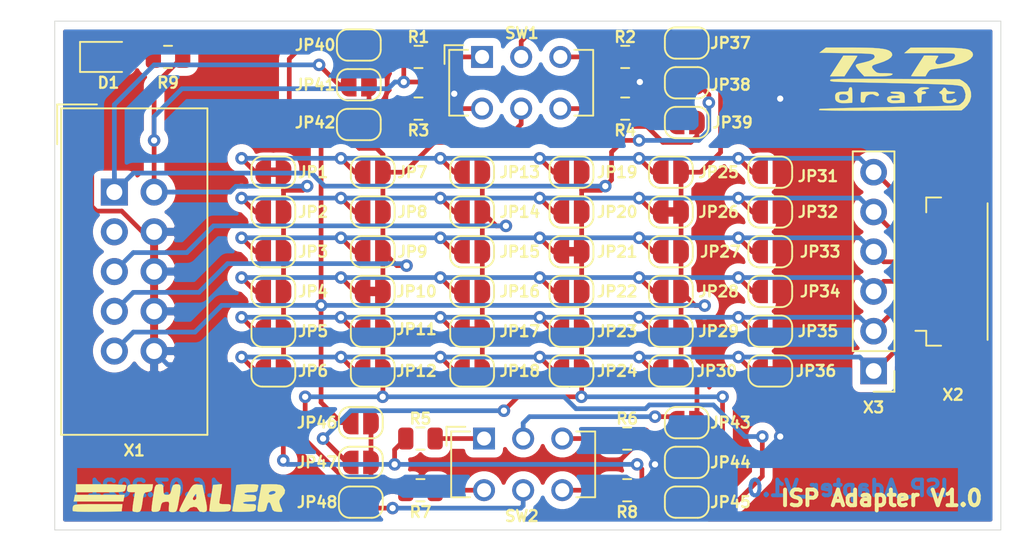
<source format=kicad_pcb>
(kicad_pcb (version 20171130) (host pcbnew "(5.1.8)-1")
  (title_block (date 2021-03-16) (comment 1 "Platine: 61x33"))
  (layers (0 F.Cu signal) (31 B.Cu signal) (34 B.Paste user) (35 F.Paste user) (36 B.SilkS user) (37 F.SilkS user) (38 B.Mask user) (39 F.Mask user) (44 Edge.Cuts user))
  (net 0 "")
  (net 1 "Net-(JP1-Pad1)")
  (net 2 "Net-(JP14-Pad1)")
  (net 3 "Net-(JP15-Pad1)")
  (net 4 "Net-(JP10-Pad1)")
  (net 5 "Net-(JP11-Pad1)")
  (net 6 "Net-(JP12-Pad1)")
  (net 7 /MOSI)
  (net 8 /VCC)
  (net 9 /GND)
  (net 10 /RST)
  (net 11 /SCK)
  (net 12 /MISO)
  (net 13 "Net-(JP37-Pad2)")
  (net 14 "Net-(JP40-Pad2)")
  (net 15 "Net-(JP43-Pad2)")
  (net 16 "Net-(JP46-Pad2)")
  (net 17 "Net-(R1-Pad2)")
  (net 18 "Net-(R2-Pad2)")
  (net 19 "Net-(R3-Pad2)")
  (net 20 "Net-(R4-Pad2)")
  (net 21 "Net-(R5-Pad2)")
  (net 22 "Net-(R6-Pad2)")
  (net 23 "Net-(R7-Pad2)")
  (net 24 "Net-(R8-Pad2)")
  (net 25 "Net-(D1-Pad2)")
  (module TH_Logos:RP_10x4 (layer F.Cu) (at 182.88 46.355)
    (fp_text reference G*** hide)
    (fp_text value LOGO hide)
  )
  (module TH_Logos:Thaler_15x3 (layer F.Cu) (at 136.906 73.025)
    (fp_text reference G*** hide)
    (fp_text value LOGO hide)
  )
  (module Jumper:SolderJumper-2_P1.3mm_Open_RoundedPad1.0x1.5mm (layer F.Cu) (at 143.002 65.024)
    (fp_text reference JP6 (at 2.54 0) (layer F.SilkS) (effects (font (size 0.7 0.7))))
    (fp_text value SolderJumper_2_Open)
    (pad 1 smd custom (at -0.65 0) (size 1 0.5) (layers F.Cu F.Mask) (net 6 "Net-(JP12-Pad1)") (options (clearance outline) (anchor rect)) (primitives (gr_circle (center 0 0.25) (end 0.5 0.25) (width 0)) (gr_circle (center 0 -0.25) (end 0.5 -0.25) (width 0)) (gr_poly (pts (xy 0 -0.75) (xy 0.5 -0.75) (xy 0.5 0.75) (xy 0 0.75)) (width 0))))
    (pad 2 smd custom (at 0.65 0) (size 1 0.5) (layers F.Cu F.Mask) (net 8 /VCC) (options (clearance outline) (anchor rect)) (primitives (gr_circle (center 0 0.25) (end 0.5 0.25) (width 0)) (gr_circle (center 0 -0.25) (end 0.5 -0.25) (width 0)) (gr_poly (pts (xy 0 -0.75) (xy -0.5 -0.75) (xy -0.5 0.75) (xy 0 0.75)) (width 0))))
  )
  (module Jumper:SolderJumper-2_P1.3mm_Open_RoundedPad1.0x1.5mm (layer F.Cu) (at 143.002 54.864)
    (fp_text reference JP2 (at 2.54 0) (layer F.SilkS) (effects (font (size 0.7 0.7))))
    (fp_text value SolderJumper_2_Open)
    (pad 2 smd custom (at 0.65 0) (size 1 0.5) (layers F.Cu F.Mask) (net 8 /VCC) (options (clearance outline) (anchor rect)) (primitives (gr_circle (center 0 0.25) (end 0.5 0.25) (width 0)) (gr_circle (center 0 -0.25) (end 0.5 -0.25) (width 0)) (gr_poly (pts (xy 0 -0.75) (xy -0.5 -0.75) (xy -0.5 0.75) (xy 0 0.75)) (width 0))))
    (pad 1 smd custom (at -0.65 0) (size 1 0.5) (layers F.Cu F.Mask) (net 2 "Net-(JP14-Pad1)") (options (clearance outline) (anchor rect)) (primitives (gr_circle (center 0 0.25) (end 0.5 0.25) (width 0)) (gr_circle (center 0 -0.25) (end 0.5 -0.25) (width 0)) (gr_poly (pts (xy 0 -0.75) (xy 0.5 -0.75) (xy 0.5 0.75) (xy 0 0.75)) (width 0))))
  )
  (module Jumper:SolderJumper-2_P1.3mm_Open_RoundedPad1.0x1.5mm (layer F.Cu) (at 143.002 57.404)
    (fp_text reference JP3 (at 2.54 0) (layer F.SilkS) (effects (font (size 0.7 0.7))))
    (fp_text value SolderJumper_2_Open)
    (pad 2 smd custom (at 0.65 0) (size 1 0.5) (layers F.Cu F.Mask) (net 8 /VCC) (options (clearance outline) (anchor rect)) (primitives (gr_circle (center 0 0.25) (end 0.5 0.25) (width 0)) (gr_circle (center 0 -0.25) (end 0.5 -0.25) (width 0)) (gr_poly (pts (xy 0 -0.75) (xy -0.5 -0.75) (xy -0.5 0.75) (xy 0 0.75)) (width 0))))
    (pad 1 smd custom (at -0.65 0) (size 1 0.5) (layers F.Cu F.Mask) (net 3 "Net-(JP15-Pad1)") (options (clearance outline) (anchor rect)) (primitives (gr_circle (center 0 0.25) (end 0.5 0.25) (width 0)) (gr_circle (center 0 -0.25) (end 0.5 -0.25) (width 0)) (gr_poly (pts (xy 0 -0.75) (xy 0.5 -0.75) (xy 0.5 0.75) (xy 0 0.75)) (width 0))))
  )
  (module Jumper:SolderJumper-2_P1.3mm_Open_RoundedPad1.0x1.5mm (layer F.Cu) (at 143.002 59.944)
    (fp_text reference JP4 (at 2.54 0) (layer F.SilkS) (effects (font (size 0.7 0.7))))
    (fp_text value SolderJumper_2_Open)
    (pad 1 smd custom (at -0.65 0) (size 1 0.5) (layers F.Cu F.Mask) (net 4 "Net-(JP10-Pad1)") (options (clearance outline) (anchor rect)) (primitives (gr_circle (center 0 0.25) (end 0.5 0.25) (width 0)) (gr_circle (center 0 -0.25) (end 0.5 -0.25) (width 0)) (gr_poly (pts (xy 0 -0.75) (xy 0.5 -0.75) (xy 0.5 0.75) (xy 0 0.75)) (width 0))))
    (pad 2 smd custom (at 0.65 0) (size 1 0.5) (layers F.Cu F.Mask) (net 8 /VCC) (options (clearance outline) (anchor rect)) (primitives (gr_circle (center 0 0.25) (end 0.5 0.25) (width 0)) (gr_circle (center 0 -0.25) (end 0.5 -0.25) (width 0)) (gr_poly (pts (xy 0 -0.75) (xy -0.5 -0.75) (xy -0.5 0.75) (xy 0 0.75)) (width 0))))
  )
  (module Jumper:SolderJumper-2_P1.3mm_Open_RoundedPad1.0x1.5mm (layer F.Cu) (at 143.002 62.484)
    (fp_text reference JP5 (at 2.54 0) (layer F.SilkS) (effects (font (size 0.7 0.7))))
    (fp_text value SolderJumper_2_Open)
    (pad 2 smd custom (at 0.65 0) (size 1 0.5) (layers F.Cu F.Mask) (net 8 /VCC) (options (clearance outline) (anchor rect)) (primitives (gr_circle (center 0 0.25) (end 0.5 0.25) (width 0)) (gr_circle (center 0 -0.25) (end 0.5 -0.25) (width 0)) (gr_poly (pts (xy 0 -0.75) (xy -0.5 -0.75) (xy -0.5 0.75) (xy 0 0.75)) (width 0))))
    (pad 1 smd custom (at -0.65 0) (size 1 0.5) (layers F.Cu F.Mask) (net 5 "Net-(JP11-Pad1)") (options (clearance outline) (anchor rect)) (primitives (gr_circle (center 0 0.25) (end 0.5 0.25) (width 0)) (gr_circle (center 0 -0.25) (end 0.5 -0.25) (width 0)) (gr_poly (pts (xy 0 -0.75) (xy 0.5 -0.75) (xy 0.5 0.75) (xy 0 0.75)) (width 0))))
  )
  (module Jumper:SolderJumper-2_P1.3mm_Open_RoundedPad1.0x1.5mm (layer F.Cu) (at 149.352 52.324)
    (fp_text reference JP7 (at 2.54 0) (layer F.SilkS) (effects (font (size 0.7 0.7))))
    (fp_text value SolderJumper_2_Open)
    (pad 2 smd custom (at 0.65 0) (size 1 0.5) (layers F.Cu F.Mask) (net 11 /SCK) (options (clearance outline) (anchor rect)) (primitives (gr_circle (center 0 0.25) (end 0.5 0.25) (width 0)) (gr_circle (center 0 -0.25) (end 0.5 -0.25) (width 0)) (gr_poly (pts (xy 0 -0.75) (xy -0.5 -0.75) (xy -0.5 0.75) (xy 0 0.75)) (width 0))))
    (pad 1 smd custom (at -0.65 0) (size 1 0.5) (layers F.Cu F.Mask) (net 1 "Net-(JP1-Pad1)") (options (clearance outline) (anchor rect)) (primitives (gr_circle (center 0 0.25) (end 0.5 0.25) (width 0)) (gr_circle (center 0 -0.25) (end 0.5 -0.25) (width 0)) (gr_poly (pts (xy 0 -0.75) (xy 0.5 -0.75) (xy 0.5 0.75) (xy 0 0.75)) (width 0))))
  )
  (module Jumper:SolderJumper-2_P1.3mm_Open_RoundedPad1.0x1.5mm (layer F.Cu) (at 149.352 54.864)
    (fp_text reference JP8 (at 2.54 0) (layer F.SilkS) (effects (font (size 0.7 0.7))))
    (fp_text value SolderJumper_2_Open)
    (pad 1 smd custom (at -0.65 0) (size 1 0.5) (layers F.Cu F.Mask) (net 2 "Net-(JP14-Pad1)") (options (clearance outline) (anchor rect)) (primitives (gr_circle (center 0 0.25) (end 0.5 0.25) (width 0)) (gr_circle (center 0 -0.25) (end 0.5 -0.25) (width 0)) (gr_poly (pts (xy 0 -0.75) (xy 0.5 -0.75) (xy 0.5 0.75) (xy 0 0.75)) (width 0))))
    (pad 2 smd custom (at 0.65 0) (size 1 0.5) (layers F.Cu F.Mask) (net 11 /SCK) (options (clearance outline) (anchor rect)) (primitives (gr_circle (center 0 0.25) (end 0.5 0.25) (width 0)) (gr_circle (center 0 -0.25) (end 0.5 -0.25) (width 0)) (gr_poly (pts (xy 0 -0.75) (xy -0.5 -0.75) (xy -0.5 0.75) (xy 0 0.75)) (width 0))))
  )
  (module Jumper:SolderJumper-2_P1.3mm_Open_RoundedPad1.0x1.5mm (layer F.Cu) (at 149.352 57.404)
    (fp_text reference JP9 (at 2.54 0) (layer F.SilkS) (effects (font (size 0.7 0.7))))
    (fp_text value SolderJumper_2_Open)
    (pad 2 smd custom (at 0.65 0) (size 1 0.5) (layers F.Cu F.Mask) (net 11 /SCK) (options (clearance outline) (anchor rect)) (primitives (gr_circle (center 0 0.25) (end 0.5 0.25) (width 0)) (gr_circle (center 0 -0.25) (end 0.5 -0.25) (width 0)) (gr_poly (pts (xy 0 -0.75) (xy -0.5 -0.75) (xy -0.5 0.75) (xy 0 0.75)) (width 0))))
    (pad 1 smd custom (at -0.65 0) (size 1 0.5) (layers F.Cu F.Mask) (net 3 "Net-(JP15-Pad1)") (options (clearance outline) (anchor rect)) (primitives (gr_circle (center 0 0.25) (end 0.5 0.25) (width 0)) (gr_circle (center 0 -0.25) (end 0.5 -0.25) (width 0)) (gr_poly (pts (xy 0 -0.75) (xy 0.5 -0.75) (xy 0.5 0.75) (xy 0 0.75)) (width 0))))
  )
  (module Jumper:SolderJumper-2_P1.3mm_Open_RoundedPad1.0x1.5mm (layer F.Cu) (at 149.352 62.484)
    (fp_text reference JP11 (at 2.794 -0.127) (layer F.SilkS) (effects (font (size 0.7 0.7))))
    (fp_text value SolderJumper_2_Open)
    (pad 2 smd custom (at 0.65 0) (size 1 0.5) (layers F.Cu F.Mask) (net 11 /SCK) (options (clearance outline) (anchor rect)) (primitives (gr_circle (center 0 0.25) (end 0.5 0.25) (width 0)) (gr_circle (center 0 -0.25) (end 0.5 -0.25) (width 0)) (gr_poly (pts (xy 0 -0.75) (xy -0.5 -0.75) (xy -0.5 0.75) (xy 0 0.75)) (width 0))))
    (pad 1 smd custom (at -0.65 0) (size 1 0.5) (layers F.Cu F.Mask) (net 5 "Net-(JP11-Pad1)") (options (clearance outline) (anchor rect)) (primitives (gr_circle (center 0 0.25) (end 0.5 0.25) (width 0)) (gr_circle (center 0 -0.25) (end 0.5 -0.25) (width 0)) (gr_poly (pts (xy 0 -0.75) (xy 0.5 -0.75) (xy 0.5 0.75) (xy 0 0.75)) (width 0))))
  )
  (module Jumper:SolderJumper-2_P1.3mm_Open_RoundedPad1.0x1.5mm (layer F.Cu) (at 149.352 65.024)
    (fp_text reference JP12 (at 2.794 0) (layer F.SilkS) (effects (font (size 0.7 0.7))))
    (fp_text value SolderJumper_2_Open)
    (pad 1 smd custom (at -0.65 0) (size 1 0.5) (layers F.Cu F.Mask) (net 6 "Net-(JP12-Pad1)") (options (clearance outline) (anchor rect)) (primitives (gr_circle (center 0 0.25) (end 0.5 0.25) (width 0)) (gr_circle (center 0 -0.25) (end 0.5 -0.25) (width 0)) (gr_poly (pts (xy 0 -0.75) (xy 0.5 -0.75) (xy 0.5 0.75) (xy 0 0.75)) (width 0))))
    (pad 2 smd custom (at 0.65 0) (size 1 0.5) (layers F.Cu F.Mask) (net 11 /SCK) (options (clearance outline) (anchor rect)) (primitives (gr_circle (center 0 0.25) (end 0.5 0.25) (width 0)) (gr_circle (center 0 -0.25) (end 0.5 -0.25) (width 0)) (gr_poly (pts (xy 0 -0.75) (xy -0.5 -0.75) (xy -0.5 0.75) (xy 0 0.75)) (width 0))))
  )
  (module Jumper:SolderJumper-2_P1.3mm_Open_RoundedPad1.0x1.5mm (layer F.Cu) (at 155.702 52.324)
    (fp_text reference JP13 (at 3.048 0) (layer F.SilkS) (effects (font (size 0.7 0.7))))
    (fp_text value SolderJumper_2_Open)
    (pad 2 smd custom (at 0.65 0) (size 1 0.5) (layers F.Cu F.Mask) (net 10 /RST) (options (clearance outline) (anchor rect)) (primitives (gr_circle (center 0 0.25) (end 0.5 0.25) (width 0)) (gr_circle (center 0 -0.25) (end 0.5 -0.25) (width 0)) (gr_poly (pts (xy 0 -0.75) (xy -0.5 -0.75) (xy -0.5 0.75) (xy 0 0.75)) (width 0))))
    (pad 1 smd custom (at -0.65 0) (size 1 0.5) (layers F.Cu F.Mask) (net 1 "Net-(JP1-Pad1)") (options (clearance outline) (anchor rect)) (primitives (gr_circle (center 0 0.25) (end 0.5 0.25) (width 0)) (gr_circle (center 0 -0.25) (end 0.5 -0.25) (width 0)) (gr_poly (pts (xy 0 -0.75) (xy 0.5 -0.75) (xy 0.5 0.75) (xy 0 0.75)) (width 0))))
  )
  (module Jumper:SolderJumper-2_P1.3mm_Open_RoundedPad1.0x1.5mm (layer F.Cu) (at 155.702 54.864)
    (fp_text reference JP14 (at 3.048 0) (layer F.SilkS) (effects (font (size 0.7 0.7))))
    (fp_text value SolderJumper_2_Open)
    (pad 1 smd custom (at -0.65 0) (size 1 0.5) (layers F.Cu F.Mask) (net 2 "Net-(JP14-Pad1)") (options (clearance outline) (anchor rect)) (primitives (gr_circle (center 0 0.25) (end 0.5 0.25) (width 0)) (gr_circle (center 0 -0.25) (end 0.5 -0.25) (width 0)) (gr_poly (pts (xy 0 -0.75) (xy 0.5 -0.75) (xy 0.5 0.75) (xy 0 0.75)) (width 0))))
    (pad 2 smd custom (at 0.65 0) (size 1 0.5) (layers F.Cu F.Mask) (net 10 /RST) (options (clearance outline) (anchor rect)) (primitives (gr_circle (center 0 0.25) (end 0.5 0.25) (width 0)) (gr_circle (center 0 -0.25) (end 0.5 -0.25) (width 0)) (gr_poly (pts (xy 0 -0.75) (xy -0.5 -0.75) (xy -0.5 0.75) (xy 0 0.75)) (width 0))))
  )
  (module Jumper:SolderJumper-2_P1.3mm_Open_RoundedPad1.0x1.5mm (layer F.Cu) (at 155.702 57.404)
    (fp_text reference JP15 (at 3.048 0) (layer F.SilkS) (effects (font (size 0.7 0.7))))
    (fp_text value SolderJumper_2_Open)
    (pad 2 smd custom (at 0.65 0) (size 1 0.5) (layers F.Cu F.Mask) (net 10 /RST) (options (clearance outline) (anchor rect)) (primitives (gr_circle (center 0 0.25) (end 0.5 0.25) (width 0)) (gr_circle (center 0 -0.25) (end 0.5 -0.25) (width 0)) (gr_poly (pts (xy 0 -0.75) (xy -0.5 -0.75) (xy -0.5 0.75) (xy 0 0.75)) (width 0))))
    (pad 1 smd custom (at -0.65 0) (size 1 0.5) (layers F.Cu F.Mask) (net 3 "Net-(JP15-Pad1)") (options (clearance outline) (anchor rect)) (primitives (gr_circle (center 0 0.25) (end 0.5 0.25) (width 0)) (gr_circle (center 0 -0.25) (end 0.5 -0.25) (width 0)) (gr_poly (pts (xy 0 -0.75) (xy 0.5 -0.75) (xy 0.5 0.75) (xy 0 0.75)) (width 0))))
  )
  (module Jumper:SolderJumper-2_P1.3mm_Open_RoundedPad1.0x1.5mm (layer F.Cu) (at 155.702 59.944)
    (fp_text reference JP16 (at 3.048 0) (layer F.SilkS) (effects (font (size 0.7 0.7))))
    (fp_text value SolderJumper_2_Open)
    (pad 1 smd custom (at -0.65 0) (size 1 0.5) (layers F.Cu F.Mask) (net 4 "Net-(JP10-Pad1)") (options (clearance outline) (anchor rect)) (primitives (gr_circle (center 0 0.25) (end 0.5 0.25) (width 0)) (gr_circle (center 0 -0.25) (end 0.5 -0.25) (width 0)) (gr_poly (pts (xy 0 -0.75) (xy 0.5 -0.75) (xy 0.5 0.75) (xy 0 0.75)) (width 0))))
    (pad 2 smd custom (at 0.65 0) (size 1 0.5) (layers F.Cu F.Mask) (net 10 /RST) (options (clearance outline) (anchor rect)) (primitives (gr_circle (center 0 0.25) (end 0.5 0.25) (width 0)) (gr_circle (center 0 -0.25) (end 0.5 -0.25) (width 0)) (gr_poly (pts (xy 0 -0.75) (xy -0.5 -0.75) (xy -0.5 0.75) (xy 0 0.75)) (width 0))))
  )
  (module Jumper:SolderJumper-2_P1.3mm_Open_RoundedPad1.0x1.5mm (layer F.Cu) (at 155.702 65.024)
    (fp_text reference JP18 (at 3.048 0) (layer F.SilkS) (effects (font (size 0.7 0.7))))
    (fp_text value SolderJumper_2_Open)
    (pad 2 smd custom (at 0.65 0) (size 1 0.5) (layers F.Cu F.Mask) (net 10 /RST) (options (clearance outline) (anchor rect)) (primitives (gr_circle (center 0 0.25) (end 0.5 0.25) (width 0)) (gr_circle (center 0 -0.25) (end 0.5 -0.25) (width 0)) (gr_poly (pts (xy 0 -0.75) (xy -0.5 -0.75) (xy -0.5 0.75) (xy 0 0.75)) (width 0))))
    (pad 1 smd custom (at -0.65 0) (size 1 0.5) (layers F.Cu F.Mask) (net 6 "Net-(JP12-Pad1)") (options (clearance outline) (anchor rect)) (primitives (gr_circle (center 0 0.25) (end 0.5 0.25) (width 0)) (gr_circle (center 0 -0.25) (end 0.5 -0.25) (width 0)) (gr_poly (pts (xy 0 -0.75) (xy 0.5 -0.75) (xy 0.5 0.75) (xy 0 0.75)) (width 0))))
  )
  (module Jumper:SolderJumper-2_P1.3mm_Open_RoundedPad1.0x1.5mm (layer F.Cu) (at 162.052 52.324)
    (fp_text reference JP19 (at 2.921 0) (layer F.SilkS) (effects (font (size 0.7 0.7))))
    (fp_text value SolderJumper_2_Open)
    (pad 1 smd custom (at -0.65 0) (size 1 0.5) (layers F.Cu F.Mask) (net 1 "Net-(JP1-Pad1)") (options (clearance outline) (anchor rect)) (primitives (gr_circle (center 0 0.25) (end 0.5 0.25) (width 0)) (gr_circle (center 0 -0.25) (end 0.5 -0.25) (width 0)) (gr_poly (pts (xy 0 -0.75) (xy 0.5 -0.75) (xy 0.5 0.75) (xy 0 0.75)) (width 0))))
    (pad 2 smd custom (at 0.65 0) (size 1 0.5) (layers F.Cu F.Mask) (net 7 /MOSI) (options (clearance outline) (anchor rect)) (primitives (gr_circle (center 0 0.25) (end 0.5 0.25) (width 0)) (gr_circle (center 0 -0.25) (end 0.5 -0.25) (width 0)) (gr_poly (pts (xy 0 -0.75) (xy -0.5 -0.75) (xy -0.5 0.75) (xy 0 0.75)) (width 0))))
  )
  (module Jumper:SolderJumper-2_P1.3mm_Open_RoundedPad1.0x1.5mm (layer F.Cu) (at 162.052 54.864)
    (fp_text reference JP20 (at 2.921 0) (layer F.SilkS) (effects (font (size 0.7 0.7))))
    (fp_text value SolderJumper_2_Open)
    (pad 2 smd custom (at 0.65 0) (size 1 0.5) (layers F.Cu F.Mask) (net 7 /MOSI) (options (clearance outline) (anchor rect)) (primitives (gr_circle (center 0 0.25) (end 0.5 0.25) (width 0)) (gr_circle (center 0 -0.25) (end 0.5 -0.25) (width 0)) (gr_poly (pts (xy 0 -0.75) (xy -0.5 -0.75) (xy -0.5 0.75) (xy 0 0.75)) (width 0))))
    (pad 1 smd custom (at -0.65 0) (size 1 0.5) (layers F.Cu F.Mask) (net 2 "Net-(JP14-Pad1)") (options (clearance outline) (anchor rect)) (primitives (gr_circle (center 0 0.25) (end 0.5 0.25) (width 0)) (gr_circle (center 0 -0.25) (end 0.5 -0.25) (width 0)) (gr_poly (pts (xy 0 -0.75) (xy 0.5 -0.75) (xy 0.5 0.75) (xy 0 0.75)) (width 0))))
  )
  (module Jumper:SolderJumper-2_P1.3mm_Open_RoundedPad1.0x1.5mm (layer F.Cu) (at 162.052 59.944)
    (fp_text reference JP22 (at 2.921 0) (layer F.SilkS) (effects (font (size 0.7 0.7))))
    (fp_text value SolderJumper_2_Open)
    (pad 2 smd custom (at 0.65 0) (size 1 0.5) (layers F.Cu F.Mask) (net 7 /MOSI) (options (clearance outline) (anchor rect)) (primitives (gr_circle (center 0 0.25) (end 0.5 0.25) (width 0)) (gr_circle (center 0 -0.25) (end 0.5 -0.25) (width 0)) (gr_poly (pts (xy 0 -0.75) (xy -0.5 -0.75) (xy -0.5 0.75) (xy 0 0.75)) (width 0))))
    (pad 1 smd custom (at -0.65 0) (size 1 0.5) (layers F.Cu F.Mask) (net 4 "Net-(JP10-Pad1)") (options (clearance outline) (anchor rect)) (primitives (gr_circle (center 0 0.25) (end 0.5 0.25) (width 0)) (gr_circle (center 0 -0.25) (end 0.5 -0.25) (width 0)) (gr_poly (pts (xy 0 -0.75) (xy 0.5 -0.75) (xy 0.5 0.75) (xy 0 0.75)) (width 0))))
  )
  (module Jumper:SolderJumper-2_P1.3mm_Open_RoundedPad1.0x1.5mm (layer F.Cu) (at 162.052 62.484)
    (fp_text reference JP23 (at 2.921 0) (layer F.SilkS) (effects (font (size 0.7 0.7))))
    (fp_text value SolderJumper_2_Open)
    (pad 1 smd custom (at -0.65 0) (size 1 0.5) (layers F.Cu F.Mask) (net 5 "Net-(JP11-Pad1)") (options (clearance outline) (anchor rect)) (primitives (gr_circle (center 0 0.25) (end 0.5 0.25) (width 0)) (gr_circle (center 0 -0.25) (end 0.5 -0.25) (width 0)) (gr_poly (pts (xy 0 -0.75) (xy 0.5 -0.75) (xy 0.5 0.75) (xy 0 0.75)) (width 0))))
    (pad 2 smd custom (at 0.65 0) (size 1 0.5) (layers F.Cu F.Mask) (net 7 /MOSI) (options (clearance outline) (anchor rect)) (primitives (gr_circle (center 0 0.25) (end 0.5 0.25) (width 0)) (gr_circle (center 0 -0.25) (end 0.5 -0.25) (width 0)) (gr_poly (pts (xy 0 -0.75) (xy -0.5 -0.75) (xy -0.5 0.75) (xy 0 0.75)) (width 0))))
  )
  (module Jumper:SolderJumper-2_P1.3mm_Open_RoundedPad1.0x1.5mm (layer F.Cu) (at 162.052 65.024)
    (fp_text reference JP24 (at 2.921 0) (layer F.SilkS) (effects (font (size 0.7 0.7))))
    (fp_text value SolderJumper_2_Open)
    (pad 2 smd custom (at 0.65 0) (size 1 0.5) (layers F.Cu F.Mask) (net 7 /MOSI) (options (clearance outline) (anchor rect)) (primitives (gr_circle (center 0 0.25) (end 0.5 0.25) (width 0)) (gr_circle (center 0 -0.25) (end 0.5 -0.25) (width 0)) (gr_poly (pts (xy 0 -0.75) (xy -0.5 -0.75) (xy -0.5 0.75) (xy 0 0.75)) (width 0))))
    (pad 1 smd custom (at -0.65 0) (size 1 0.5) (layers F.Cu F.Mask) (net 6 "Net-(JP12-Pad1)") (options (clearance outline) (anchor rect)) (primitives (gr_circle (center 0 0.25) (end 0.5 0.25) (width 0)) (gr_circle (center 0 -0.25) (end 0.5 -0.25) (width 0)) (gr_poly (pts (xy 0 -0.75) (xy 0.5 -0.75) (xy 0.5 0.75) (xy 0 0.75)) (width 0))))
  )
  (module Jumper:SolderJumper-2_P1.3mm_Open_RoundedPad1.0x1.5mm (layer F.Cu) (at 168.402 52.324)
    (fp_text reference JP25 (at 3.048 0) (layer F.SilkS) (effects (font (size 0.7 0.7))))
    (fp_text value SolderJumper_2_Open)
    (pad 1 smd custom (at -0.65 0) (size 1 0.5) (layers F.Cu F.Mask) (net 1 "Net-(JP1-Pad1)") (options (clearance outline) (anchor rect)) (primitives (gr_circle (center 0 0.25) (end 0.5 0.25) (width 0)) (gr_circle (center 0 -0.25) (end 0.5 -0.25) (width 0)) (gr_poly (pts (xy 0 -0.75) (xy 0.5 -0.75) (xy 0.5 0.75) (xy 0 0.75)) (width 0))))
    (pad 2 smd custom (at 0.65 0) (size 1 0.5) (layers F.Cu F.Mask) (net 12 /MISO) (options (clearance outline) (anchor rect)) (primitives (gr_circle (center 0 0.25) (end 0.5 0.25) (width 0)) (gr_circle (center 0 -0.25) (end 0.5 -0.25) (width 0)) (gr_poly (pts (xy 0 -0.75) (xy -0.5 -0.75) (xy -0.5 0.75) (xy 0 0.75)) (width 0))))
  )
  (module Jumper:SolderJumper-2_P1.3mm_Open_RoundedPad1.0x1.5mm (layer F.Cu) (at 168.402 57.404)
    (fp_text reference JP27 (at 3.16 0) (layer F.SilkS) (effects (font (size 0.7 0.7))))
    (fp_text value SolderJumper_2_Open)
    (pad 1 smd custom (at -0.65 0) (size 1 0.5) (layers F.Cu F.Mask) (net 3 "Net-(JP15-Pad1)") (options (clearance outline) (anchor rect)) (primitives (gr_circle (center 0 0.25) (end 0.5 0.25) (width 0)) (gr_circle (center 0 -0.25) (end 0.5 -0.25) (width 0)) (gr_poly (pts (xy 0 -0.75) (xy 0.5 -0.75) (xy 0.5 0.75) (xy 0 0.75)) (width 0))))
    (pad 2 smd custom (at 0.65 0) (size 1 0.5) (layers F.Cu F.Mask) (net 12 /MISO) (options (clearance outline) (anchor rect)) (primitives (gr_circle (center 0 0.25) (end 0.5 0.25) (width 0)) (gr_circle (center 0 -0.25) (end 0.5 -0.25) (width 0)) (gr_poly (pts (xy 0 -0.75) (xy -0.5 -0.75) (xy -0.5 0.75) (xy 0 0.75)) (width 0))))
  )
  (module Jumper:SolderJumper-2_P1.3mm_Open_RoundedPad1.0x1.5mm (layer F.Cu) (at 168.402 59.944)
    (fp_text reference JP28 (at 3.048 0) (layer F.SilkS) (effects (font (size 0.7 0.7))))
    (fp_text value SolderJumper_2_Open)
    (pad 2 smd custom (at 0.65 0) (size 1 0.5) (layers F.Cu F.Mask) (net 12 /MISO) (options (clearance outline) (anchor rect)) (primitives (gr_circle (center 0 0.25) (end 0.5 0.25) (width 0)) (gr_circle (center 0 -0.25) (end 0.5 -0.25) (width 0)) (gr_poly (pts (xy 0 -0.75) (xy -0.5 -0.75) (xy -0.5 0.75) (xy 0 0.75)) (width 0))))
    (pad 1 smd custom (at -0.65 0) (size 1 0.5) (layers F.Cu F.Mask) (net 4 "Net-(JP10-Pad1)") (options (clearance outline) (anchor rect)) (primitives (gr_circle (center 0 0.25) (end 0.5 0.25) (width 0)) (gr_circle (center 0 -0.25) (end 0.5 -0.25) (width 0)) (gr_poly (pts (xy 0 -0.75) (xy 0.5 -0.75) (xy 0.5 0.75) (xy 0 0.75)) (width 0))))
  )
  (module Jumper:SolderJumper-2_P1.3mm_Open_RoundedPad1.0x1.5mm (layer F.Cu) (at 168.402 62.484)
    (fp_text reference JP29 (at 3.048 0) (layer F.SilkS) (effects (font (size 0.7 0.7))))
    (fp_text value SolderJumper_2_Open)
    (pad 1 smd custom (at -0.65 0) (size 1 0.5) (layers F.Cu F.Mask) (net 5 "Net-(JP11-Pad1)") (options (clearance outline) (anchor rect)) (primitives (gr_circle (center 0 0.25) (end 0.5 0.25) (width 0)) (gr_circle (center 0 -0.25) (end 0.5 -0.25) (width 0)) (gr_poly (pts (xy 0 -0.75) (xy 0.5 -0.75) (xy 0.5 0.75) (xy 0 0.75)) (width 0))))
    (pad 2 smd custom (at 0.65 0) (size 1 0.5) (layers F.Cu F.Mask) (net 12 /MISO) (options (clearance outline) (anchor rect)) (primitives (gr_circle (center 0 0.25) (end 0.5 0.25) (width 0)) (gr_circle (center 0 -0.25) (end 0.5 -0.25) (width 0)) (gr_poly (pts (xy 0 -0.75) (xy -0.5 -0.75) (xy -0.5 0.75) (xy 0 0.75)) (width 0))))
  )
  (module Jumper:SolderJumper-2_P1.3mm_Open_RoundedPad1.0x1.5mm (layer F.Cu) (at 168.402 65.024)
    (fp_text reference JP30 (at 2.936 0) (layer F.SilkS) (effects (font (size 0.7 0.7))))
    (fp_text value SolderJumper_2_Open)
    (pad 2 smd custom (at 0.65 0) (size 1 0.5) (layers F.Cu F.Mask) (net 12 /MISO) (options (clearance outline) (anchor rect)) (primitives (gr_circle (center 0 0.25) (end 0.5 0.25) (width 0)) (gr_circle (center 0 -0.25) (end 0.5 -0.25) (width 0)) (gr_poly (pts (xy 0 -0.75) (xy -0.5 -0.75) (xy -0.5 0.75) (xy 0 0.75)) (width 0))))
    (pad 1 smd custom (at -0.65 0) (size 1 0.5) (layers F.Cu F.Mask) (net 6 "Net-(JP12-Pad1)") (options (clearance outline) (anchor rect)) (primitives (gr_circle (center 0 0.25) (end 0.5 0.25) (width 0)) (gr_circle (center 0 -0.25) (end 0.5 -0.25) (width 0)) (gr_poly (pts (xy 0 -0.75) (xy 0.5 -0.75) (xy 0.5 0.75) (xy 0 0.75)) (width 0))))
  )
  (module Jumper:SolderJumper-2_P1.3mm_Open_RoundedPad1.0x1.5mm (layer F.Cu) (at 174.752 52.324)
    (fp_text reference JP31 (at 3.048 0.254) (layer F.SilkS) (effects (font (size 0.7 0.7))))
    (fp_text value SolderJumper_2_Open)
    (pad 1 smd custom (at -0.65 0) (size 1 0.5) (layers F.Cu F.Mask) (net 1 "Net-(JP1-Pad1)") (options (clearance outline) (anchor rect)) (primitives (gr_circle (center 0 0.25) (end 0.5 0.25) (width 0)) (gr_circle (center 0 -0.25) (end 0.5 -0.25) (width 0)) (gr_poly (pts (xy 0 -0.75) (xy 0.5 -0.75) (xy 0.5 0.75) (xy 0 0.75)) (width 0))))
    (pad 2 smd custom (at 0.65 0) (size 1 0.5) (layers F.Cu F.Mask) (net 9 /GND) (options (clearance outline) (anchor rect)) (primitives (gr_circle (center 0 0.25) (end 0.5 0.25) (width 0)) (gr_circle (center 0 -0.25) (end 0.5 -0.25) (width 0)) (gr_poly (pts (xy 0 -0.75) (xy -0.5 -0.75) (xy -0.5 0.75) (xy 0 0.75)) (width 0))))
  )
  (module Jumper:SolderJumper-2_P1.3mm_Open_RoundedPad1.0x1.5mm (layer F.Cu) (at 174.752 54.864)
    (fp_text reference JP32 (at 3.048 0) (layer F.SilkS) (effects (font (size 0.7 0.7))))
    (fp_text value SolderJumper_2_Open)
    (pad 2 smd custom (at 0.65 0) (size 1 0.5) (layers F.Cu F.Mask) (net 9 /GND) (options (clearance outline) (anchor rect)) (primitives (gr_circle (center 0 0.25) (end 0.5 0.25) (width 0)) (gr_circle (center 0 -0.25) (end 0.5 -0.25) (width 0)) (gr_poly (pts (xy 0 -0.75) (xy -0.5 -0.75) (xy -0.5 0.75) (xy 0 0.75)) (width 0))))
    (pad 1 smd custom (at -0.65 0) (size 1 0.5) (layers F.Cu F.Mask) (net 2 "Net-(JP14-Pad1)") (options (clearance outline) (anchor rect)) (primitives (gr_circle (center 0 0.25) (end 0.5 0.25) (width 0)) (gr_circle (center 0 -0.25) (end 0.5 -0.25) (width 0)) (gr_poly (pts (xy 0 -0.75) (xy 0.5 -0.75) (xy 0.5 0.75) (xy 0 0.75)) (width 0))))
  )
  (module Jumper:SolderJumper-2_P1.3mm_Open_RoundedPad1.0x1.5mm (layer F.Cu) (at 174.752 57.404)
    (fp_text reference JP33 (at 3.19 0) (layer F.SilkS) (effects (font (size 0.7 0.7))))
    (fp_text value SolderJumper_2_Open)
    (pad 1 smd custom (at -0.65 0) (size 1 0.5) (layers F.Cu F.Mask) (net 3 "Net-(JP15-Pad1)") (options (clearance outline) (anchor rect)) (primitives (gr_circle (center 0 0.25) (end 0.5 0.25) (width 0)) (gr_circle (center 0 -0.25) (end 0.5 -0.25) (width 0)) (gr_poly (pts (xy 0 -0.75) (xy 0.5 -0.75) (xy 0.5 0.75) (xy 0 0.75)) (width 0))))
    (pad 2 smd custom (at 0.65 0) (size 1 0.5) (layers F.Cu F.Mask) (net 9 /GND) (options (clearance outline) (anchor rect)) (primitives (gr_circle (center 0 0.25) (end 0.5 0.25) (width 0)) (gr_circle (center 0 -0.25) (end 0.5 -0.25) (width 0)) (gr_poly (pts (xy 0 -0.75) (xy -0.5 -0.75) (xy -0.5 0.75) (xy 0 0.75)) (width 0))))
  )
  (module Jumper:SolderJumper-2_P1.3mm_Open_RoundedPad1.0x1.5mm (layer F.Cu) (at 174.752 59.944)
    (fp_text reference JP34 (at 3.19 0) (layer F.SilkS) (effects (font (size 0.7 0.7))))
    (fp_text value SolderJumper_2_Open)
    (pad 2 smd custom (at 0.65 0) (size 1 0.5) (layers F.Cu F.Mask) (net 9 /GND) (options (clearance outline) (anchor rect)) (primitives (gr_circle (center 0 0.25) (end 0.5 0.25) (width 0)) (gr_circle (center 0 -0.25) (end 0.5 -0.25) (width 0)) (gr_poly (pts (xy 0 -0.75) (xy -0.5 -0.75) (xy -0.5 0.75) (xy 0 0.75)) (width 0))))
    (pad 1 smd custom (at -0.65 0) (size 1 0.5) (layers F.Cu F.Mask) (net 4 "Net-(JP10-Pad1)") (options (clearance outline) (anchor rect)) (primitives (gr_circle (center 0 0.25) (end 0.5 0.25) (width 0)) (gr_circle (center 0 -0.25) (end 0.5 -0.25) (width 0)) (gr_poly (pts (xy 0 -0.75) (xy 0.5 -0.75) (xy 0.5 0.75) (xy 0 0.75)) (width 0))))
  )
  (module Jumper:SolderJumper-2_P1.3mm_Open_RoundedPad1.0x1.5mm (layer F.Cu) (at 174.752 62.484)
    (fp_text reference JP35 (at 3.048 0) (layer F.SilkS) (effects (font (size 0.7 0.7))))
    (fp_text value SolderJumper_2_Open)
    (pad 1 smd custom (at -0.65 0) (size 1 0.5) (layers F.Cu F.Mask) (net 5 "Net-(JP11-Pad1)") (options (clearance outline) (anchor rect)) (primitives (gr_circle (center 0 0.25) (end 0.5 0.25) (width 0)) (gr_circle (center 0 -0.25) (end 0.5 -0.25) (width 0)) (gr_poly (pts (xy 0 -0.75) (xy 0.5 -0.75) (xy 0.5 0.75) (xy 0 0.75)) (width 0))))
    (pad 2 smd custom (at 0.65 0) (size 1 0.5) (layers F.Cu F.Mask) (net 9 /GND) (options (clearance outline) (anchor rect)) (primitives (gr_circle (center 0 0.25) (end 0.5 0.25) (width 0)) (gr_circle (center 0 -0.25) (end 0.5 -0.25) (width 0)) (gr_poly (pts (xy 0 -0.75) (xy -0.5 -0.75) (xy -0.5 0.75) (xy 0 0.75)) (width 0))))
  )
  (module Connector_IDC:IDC-Header_2x05_P2.54mm_Vertical (layer F.Cu) (at 132.842 53.594)
    (fp_text reference X1 (at 1.27 16.51) (layer F.SilkS) (effects (font (size 0.7 0.7))))
    (fp_text value Conn_02x05_Odd_Even)
    (pad 1 thru_hole rect (at 0 0) (size 1.7272 1.7272) (drill 1.016) (layers *.Cu *.Mask) (net 7 /MOSI))
    (pad 2 thru_hole oval (at 2.54 0) (size 1.7272 1.7272) (drill 1.016) (layers *.Cu *.Mask) (net 8 /VCC))
    (pad 3 thru_hole oval (at 0 2.54) (size 1.7272 1.7272) (drill 1.016) (layers *.Cu *.Mask))
    (pad 4 thru_hole oval (at 2.54 2.54) (size 1.7272 1.7272) (drill 1.016) (layers *.Cu *.Mask) (net 9 /GND))
    (pad 5 thru_hole oval (at 0 5.08) (size 1.7272 1.7272) (drill 1.016) (layers *.Cu *.Mask) (net 10 /RST))
    (pad 6 thru_hole oval (at 2.54 5.08) (size 1.7272 1.7272) (drill 1.016) (layers *.Cu *.Mask) (net 9 /GND))
    (pad 7 thru_hole oval (at 0 7.62) (size 1.7272 1.7272) (drill 1.016) (layers *.Cu *.Mask) (net 11 /SCK))
    (pad 8 thru_hole oval (at 2.54 7.62) (size 1.7272 1.7272) (drill 1.016) (layers *.Cu *.Mask) (net 9 /GND))
    (pad 9 thru_hole oval (at 0 10.16) (size 1.7272 1.7272) (drill 1.016) (layers *.Cu *.Mask) (net 12 /MISO))
    (pad 10 thru_hole oval (at 2.54 10.16) (size 1.7272 1.7272) (drill 1.016) (layers *.Cu *.Mask) (net 9 /GND))
  )
  (module Connector_Molex:Molex_PicoBlade_53398-0671_1x06-1MP_P1.25mm_Vertical (layer F.Cu) (at 185.928 58.674 90)
    (fp_text reference X2 (at -7.874 0.508 180) (layer F.SilkS) (effects (font (size 0.7 0.7))))
    (fp_text value Conn_01x06)
    (pad 1 smd roundrect (at -3.125 -1.25 90) (size 0.8 1.3) (layers F.Cu F.Paste F.Mask) (net 6 "Net-(JP12-Pad1)"))
    (pad 2 smd roundrect (at -1.875 -1.25 90) (size 0.8 1.3) (layers F.Cu F.Paste F.Mask) (net 5 "Net-(JP11-Pad1)"))
    (pad 3 smd roundrect (at -0.625 -1.25 90) (size 0.8 1.3) (layers F.Cu F.Paste F.Mask) (net 4 "Net-(JP10-Pad1)"))
    (pad 4 smd roundrect (at 0.625 -1.25 90) (size 0.8 1.3) (layers F.Cu F.Paste F.Mask) (net 3 "Net-(JP15-Pad1)"))
    (pad 5 smd roundrect (at 1.875 -1.25 90) (size 0.8 1.3) (layers F.Cu F.Paste F.Mask) (net 2 "Net-(JP14-Pad1)"))
    (pad 6 smd roundrect (at 3.125 -1.25 90) (size 0.8 1.3) (layers F.Cu F.Paste F.Mask) (net 1 "Net-(JP1-Pad1)"))
    (pad MP smd roundrect (at -5.675 1.5 90) (size 2.1 3) (layers F.Cu F.Paste F.Mask) (roundrect_rratio 0.119048))
    (pad MP smd roundrect (at 5.675 1.5 90) (size 2.1 3) (layers F.Cu F.Paste F.Mask) (roundrect_rratio 0.119048))
  )
  (module Connector_PinHeader_2.54mm:PinHeader_1x06_P2.54mm_Vertical (layer F.Cu) (at 181.356 65.024 180)
    (fp_text reference X3 (at 0 -2.33) (layer F.SilkS) (effects (font (size 0.7 0.7))))
    (fp_text value Conn_01x06)
    (pad 1 thru_hole rect (at 0 0 180) (size 1.7 1.7) (drill 1) (layers *.Cu *.Mask) (net 6 "Net-(JP12-Pad1)"))
    (pad 2 thru_hole oval (at 0 2.54 180) (size 1.7 1.7) (drill 1) (layers *.Cu *.Mask) (net 5 "Net-(JP11-Pad1)"))
    (pad 3 thru_hole oval (at 0 5.08 180) (size 1.7 1.7) (drill 1) (layers *.Cu *.Mask) (net 4 "Net-(JP10-Pad1)"))
    (pad 4 thru_hole oval (at 0 7.62 180) (size 1.7 1.7) (drill 1) (layers *.Cu *.Mask) (net 3 "Net-(JP15-Pad1)"))
    (pad 5 thru_hole oval (at 0 10.16 180) (size 1.7 1.7) (drill 1) (layers *.Cu *.Mask) (net 2 "Net-(JP14-Pad1)"))
    (pad 6 thru_hole oval (at 0 12.7 180) (size 1.7 1.7) (drill 1) (layers *.Cu *.Mask) (net 1 "Net-(JP1-Pad1)"))
  )
  (module Jumper:SolderJumper-2_P1.3mm_Open_RoundedPad1.0x1.5mm (layer F.Cu) (at 169.418 44.069 180)
    (fp_text reference JP37 (at -2.794 0) (layer F.SilkS) (effects (font (size 0.7 0.7))))
    (fp_text value SolderJumper_2_Open)
    (pad 2 smd custom (at 0.65 0 180) (size 1 0.5) (layers F.Cu F.Mask) (net 13 "Net-(JP37-Pad2)") (options (clearance outline) (anchor rect)) (primitives (gr_circle (center 0 0.25) (end 0.5 0.25) (width 0)) (gr_circle (center 0 -0.25) (end 0.5 -0.25) (width 0)) (gr_poly (pts (xy 0 -0.75) (xy -0.5 -0.75) (xy -0.5 0.75) (xy 0 0.75)) (width 0))))
    (pad 1 smd custom (at -0.65 0 180) (size 1 0.5) (layers F.Cu F.Mask) (net 12 /MISO) (options (clearance outline) (anchor rect)) (primitives (gr_circle (center 0 0.25) (end 0.5 0.25) (width 0)) (gr_circle (center 0 -0.25) (end 0.5 -0.25) (width 0)) (gr_poly (pts (xy 0 -0.75) (xy 0.5 -0.75) (xy 0.5 0.75) (xy 0 0.75)) (width 0))))
  )
  (module Jumper:SolderJumper-2_P1.3mm_Open_RoundedPad1.0x1.5mm (layer F.Cu) (at 169.418 46.609 180)
    (fp_text reference JP38 (at -2.794 -0.127) (layer F.SilkS) (effects (font (size 0.7 0.7))))
    (fp_text value SolderJumper_2_Open)
    (pad 1 smd custom (at -0.65 0 180) (size 1 0.5) (layers F.Cu F.Mask) (net 7 /MOSI) (options (clearance outline) (anchor rect)) (primitives (gr_circle (center 0 0.25) (end 0.5 0.25) (width 0)) (gr_circle (center 0 -0.25) (end 0.5 -0.25) (width 0)) (gr_poly (pts (xy 0 -0.75) (xy 0.5 -0.75) (xy 0.5 0.75) (xy 0 0.75)) (width 0))))
    (pad 2 smd custom (at 0.65 0 180) (size 1 0.5) (layers F.Cu F.Mask) (net 13 "Net-(JP37-Pad2)") (options (clearance outline) (anchor rect)) (primitives (gr_circle (center 0 0.25) (end 0.5 0.25) (width 0)) (gr_circle (center 0 -0.25) (end 0.5 -0.25) (width 0)) (gr_poly (pts (xy 0 -0.75) (xy -0.5 -0.75) (xy -0.5 0.75) (xy 0 0.75)) (width 0))))
  )
  (module Jumper:SolderJumper-2_P1.3mm_Open_RoundedPad1.0x1.5mm (layer F.Cu) (at 169.418 49.149 180)
    (fp_text reference JP39 (at -2.921 0) (layer F.SilkS) (effects (font (size 0.7 0.7))))
    (fp_text value SolderJumper_2_Open)
    (pad 1 smd custom (at -0.65 0 180) (size 1 0.5) (layers F.Cu F.Mask) (net 11 /SCK) (options (clearance outline) (anchor rect)) (primitives (gr_circle (center 0 0.25) (end 0.5 0.25) (width 0)) (gr_circle (center 0 -0.25) (end 0.5 -0.25) (width 0)) (gr_poly (pts (xy 0 -0.75) (xy 0.5 -0.75) (xy 0.5 0.75) (xy 0 0.75)) (width 0))))
    (pad 2 smd custom (at 0.65 0 180) (size 1 0.5) (layers F.Cu F.Mask) (net 13 "Net-(JP37-Pad2)") (options (clearance outline) (anchor rect)) (primitives (gr_circle (center 0 0.25) (end 0.5 0.25) (width 0)) (gr_circle (center 0 -0.25) (end 0.5 -0.25) (width 0)) (gr_poly (pts (xy 0 -0.75) (xy -0.5 -0.75) (xy -0.5 0.75) (xy 0 0.75)) (width 0))))
  )
  (module Jumper:SolderJumper-2_P1.3mm_Open_RoundedPad1.0x1.5mm (layer F.Cu) (at 148.463 44.196)
    (fp_text reference JP40 (at -2.794 0) (layer F.SilkS) (effects (font (size 0.7 0.7))))
    (fp_text value SolderJumper_2_Open)
    (pad 2 smd custom (at 0.65 0) (size 1 0.5) (layers F.Cu F.Mask) (net 14 "Net-(JP40-Pad2)") (options (clearance outline) (anchor rect)) (primitives (gr_circle (center 0 0.25) (end 0.5 0.25) (width 0)) (gr_circle (center 0 -0.25) (end 0.5 -0.25) (width 0)) (gr_poly (pts (xy 0 -0.75) (xy -0.5 -0.75) (xy -0.5 0.75) (xy 0 0.75)) (width 0))))
    (pad 1 smd custom (at -0.65 0) (size 1 0.5) (layers F.Cu F.Mask) (net 12 /MISO) (options (clearance outline) (anchor rect)) (primitives (gr_circle (center 0 0.25) (end 0.5 0.25) (width 0)) (gr_circle (center 0 -0.25) (end 0.5 -0.25) (width 0)) (gr_poly (pts (xy 0 -0.75) (xy 0.5 -0.75) (xy 0.5 0.75) (xy 0 0.75)) (width 0))))
  )
  (module Jumper:SolderJumper-2_P1.3mm_Open_RoundedPad1.0x1.5mm (layer F.Cu) (at 148.463 46.736)
    (fp_text reference JP41 (at -2.794 0) (layer F.SilkS) (effects (font (size 0.7 0.7))))
    (fp_text value SolderJumper_2_Open)
    (pad 1 smd custom (at -0.65 0) (size 1 0.5) (layers F.Cu F.Mask) (net 7 /MOSI) (options (clearance outline) (anchor rect)) (primitives (gr_circle (center 0 0.25) (end 0.5 0.25) (width 0)) (gr_circle (center 0 -0.25) (end 0.5 -0.25) (width 0)) (gr_poly (pts (xy 0 -0.75) (xy 0.5 -0.75) (xy 0.5 0.75) (xy 0 0.75)) (width 0))))
    (pad 2 smd custom (at 0.65 0) (size 1 0.5) (layers F.Cu F.Mask) (net 14 "Net-(JP40-Pad2)") (options (clearance outline) (anchor rect)) (primitives (gr_circle (center 0 0.25) (end 0.5 0.25) (width 0)) (gr_circle (center 0 -0.25) (end 0.5 -0.25) (width 0)) (gr_poly (pts (xy 0 -0.75) (xy -0.5 -0.75) (xy -0.5 0.75) (xy 0 0.75)) (width 0))))
  )
  (module Jumper:SolderJumper-2_P1.3mm_Open_RoundedPad1.0x1.5mm (layer F.Cu) (at 148.463 49.276)
    (fp_text reference JP42 (at -2.794 -0.127) (layer F.SilkS) (effects (font (size 0.7 0.7))))
    (fp_text value SolderJumper_2_Open)
    (pad 2 smd custom (at 0.65 0) (size 1 0.5) (layers F.Cu F.Mask) (net 14 "Net-(JP40-Pad2)") (options (clearance outline) (anchor rect)) (primitives (gr_circle (center 0 0.25) (end 0.5 0.25) (width 0)) (gr_circle (center 0 -0.25) (end 0.5 -0.25) (width 0)) (gr_poly (pts (xy 0 -0.75) (xy -0.5 -0.75) (xy -0.5 0.75) (xy 0 0.75)) (width 0))))
    (pad 1 smd custom (at -0.65 0) (size 1 0.5) (layers F.Cu F.Mask) (net 11 /SCK) (options (clearance outline) (anchor rect)) (primitives (gr_circle (center 0 0.25) (end 0.5 0.25) (width 0)) (gr_circle (center 0 -0.25) (end 0.5 -0.25) (width 0)) (gr_poly (pts (xy 0 -0.75) (xy 0.5 -0.75) (xy 0.5 0.75) (xy 0 0.75)) (width 0))))
  )
  (module Jumper:SolderJumper-2_P1.3mm_Open_RoundedPad1.0x1.5mm (layer F.Cu) (at 169.418 70.866 180)
    (fp_text reference JP44 (at -2.794 0) (layer F.SilkS) (effects (font (size 0.7 0.7))))
    (fp_text value SolderJumper_2_Open)
    (pad 2 smd custom (at 0.65 0 180) (size 1 0.5) (layers F.Cu F.Mask) (net 15 "Net-(JP43-Pad2)") (options (clearance outline) (anchor rect)) (primitives (gr_circle (center 0 0.25) (end 0.5 0.25) (width 0)) (gr_circle (center 0 -0.25) (end 0.5 -0.25) (width 0)) (gr_poly (pts (xy 0 -0.75) (xy -0.5 -0.75) (xy -0.5 0.75) (xy 0 0.75)) (width 0))))
    (pad 1 smd custom (at -0.65 0 180) (size 1 0.5) (layers F.Cu F.Mask) (net 7 /MOSI) (options (clearance outline) (anchor rect)) (primitives (gr_circle (center 0 0.25) (end 0.5 0.25) (width 0)) (gr_circle (center 0 -0.25) (end 0.5 -0.25) (width 0)) (gr_poly (pts (xy 0 -0.75) (xy 0.5 -0.75) (xy 0.5 0.75) (xy 0 0.75)) (width 0))))
  )
  (module Jumper:SolderJumper-2_P1.3mm_Open_RoundedPad1.0x1.5mm (layer F.Cu) (at 169.418 73.406 180)
    (fp_text reference JP45 (at -2.794 0) (layer F.SilkS) (effects (font (size 0.7 0.7))))
    (fp_text value SolderJumper_2_Open)
    (pad 1 smd custom (at -0.65 0 180) (size 1 0.5) (layers F.Cu F.Mask) (net 11 /SCK) (options (clearance outline) (anchor rect)) (primitives (gr_circle (center 0 0.25) (end 0.5 0.25) (width 0)) (gr_circle (center 0 -0.25) (end 0.5 -0.25) (width 0)) (gr_poly (pts (xy 0 -0.75) (xy 0.5 -0.75) (xy 0.5 0.75) (xy 0 0.75)) (width 0))))
    (pad 2 smd custom (at 0.65 0 180) (size 1 0.5) (layers F.Cu F.Mask) (net 15 "Net-(JP43-Pad2)") (options (clearance outline) (anchor rect)) (primitives (gr_circle (center 0 0.25) (end 0.5 0.25) (width 0)) (gr_circle (center 0 -0.25) (end 0.5 -0.25) (width 0)) (gr_poly (pts (xy 0 -0.75) (xy -0.5 -0.75) (xy -0.5 0.75) (xy 0 0.75)) (width 0))))
  )
  (module Jumper:SolderJumper-2_P1.3mm_Open_RoundedPad1.0x1.5mm (layer F.Cu) (at 148.59 68.326)
    (fp_text reference JP46 (at -2.794 0) (layer F.SilkS) (effects (font (size 0.7 0.7))))
    (fp_text value SolderJumper_2_Open)
    (pad 2 smd custom (at 0.65 0) (size 1 0.5) (layers F.Cu F.Mask) (net 16 "Net-(JP46-Pad2)") (options (clearance outline) (anchor rect)) (primitives (gr_circle (center 0 0.25) (end 0.5 0.25) (width 0)) (gr_circle (center 0 -0.25) (end 0.5 -0.25) (width 0)) (gr_poly (pts (xy 0 -0.75) (xy -0.5 -0.75) (xy -0.5 0.75) (xy 0 0.75)) (width 0))))
    (pad 1 smd custom (at -0.65 0) (size 1 0.5) (layers F.Cu F.Mask) (net 12 /MISO) (options (clearance outline) (anchor rect)) (primitives (gr_circle (center 0 0.25) (end 0.5 0.25) (width 0)) (gr_circle (center 0 -0.25) (end 0.5 -0.25) (width 0)) (gr_poly (pts (xy 0 -0.75) (xy 0.5 -0.75) (xy 0.5 0.75) (xy 0 0.75)) (width 0))))
  )
  (module Jumper:SolderJumper-2_P1.3mm_Open_RoundedPad1.0x1.5mm (layer F.Cu) (at 148.59 70.866)
    (fp_text reference JP47 (at -2.794 0) (layer F.SilkS) (effects (font (size 0.7 0.7))))
    (fp_text value SolderJumper_2_Open)
    (pad 1 smd custom (at -0.65 0) (size 1 0.5) (layers F.Cu F.Mask) (net 7 /MOSI) (options (clearance outline) (anchor rect)) (primitives (gr_circle (center 0 0.25) (end 0.5 0.25) (width 0)) (gr_circle (center 0 -0.25) (end 0.5 -0.25) (width 0)) (gr_poly (pts (xy 0 -0.75) (xy 0.5 -0.75) (xy 0.5 0.75) (xy 0 0.75)) (width 0))))
    (pad 2 smd custom (at 0.65 0) (size 1 0.5) (layers F.Cu F.Mask) (net 16 "Net-(JP46-Pad2)") (options (clearance outline) (anchor rect)) (primitives (gr_circle (center 0 0.25) (end 0.5 0.25) (width 0)) (gr_circle (center 0 -0.25) (end 0.5 -0.25) (width 0)) (gr_poly (pts (xy 0 -0.75) (xy -0.5 -0.75) (xy -0.5 0.75) (xy 0 0.75)) (width 0))))
  )
  (module Button_Switch_THT:SW_CuK_JS202011CQN_DPDT_Straight (layer F.Cu) (at 156.337 44.958)
    (fp_text reference SW1 (at 2.54 -1.524) (layer F.SilkS) (effects (font (size 0.7 0.7))))
    (fp_text value SW_DPDT_x2)
    (pad 6 thru_hole circle (at 5 3.3) (size 1.4 1.4) (drill 0.9) (layers *.Cu *.Mask) (net 20 "Net-(R4-Pad2)"))
    (pad 5 thru_hole circle (at 2.5 3.3) (size 1.4 1.4) (drill 0.9) (layers *.Cu *.Mask) (net 14 "Net-(JP40-Pad2)"))
    (pad 4 thru_hole circle (at 0 3.3) (size 1.4 1.4) (drill 0.9) (layers *.Cu *.Mask) (net 19 "Net-(R3-Pad2)"))
    (pad 3 thru_hole circle (at 5 0) (size 1.4 1.4) (drill 0.9) (layers *.Cu *.Mask) (net 18 "Net-(R2-Pad2)"))
    (pad 2 thru_hole circle (at 2.5 0) (size 1.4 1.4) (drill 0.9) (layers *.Cu *.Mask) (net 13 "Net-(JP37-Pad2)"))
    (pad 1 thru_hole rect (at 0 0) (size 1.4 1.4) (drill 0.9) (layers *.Cu *.Mask) (net 17 "Net-(R1-Pad2)"))
  )
  (module Button_Switch_THT:SW_CuK_JS202011CQN_DPDT_Straight (layer F.Cu) (at 156.464 69.342)
    (fp_text reference SW2 (at 2.413 4.953) (layer F.SilkS) (effects (font (size 0.7 0.7))))
    (fp_text value SW_DPDT_x2)
    (pad 1 thru_hole rect (at 0 0) (size 1.4 1.4) (drill 0.9) (layers *.Cu *.Mask) (net 21 "Net-(R5-Pad2)"))
    (pad 2 thru_hole circle (at 2.5 0) (size 1.4 1.4) (drill 0.9) (layers *.Cu *.Mask) (net 15 "Net-(JP43-Pad2)"))
    (pad 3 thru_hole circle (at 5 0) (size 1.4 1.4) (drill 0.9) (layers *.Cu *.Mask) (net 22 "Net-(R6-Pad2)"))
    (pad 4 thru_hole circle (at 0 3.3) (size 1.4 1.4) (drill 0.9) (layers *.Cu *.Mask) (net 23 "Net-(R7-Pad2)"))
    (pad 5 thru_hole circle (at 2.5 3.3) (size 1.4 1.4) (drill 0.9) (layers *.Cu *.Mask) (net 16 "Net-(JP46-Pad2)"))
    (pad 6 thru_hole circle (at 5 3.3) (size 1.4 1.4) (drill 0.9) (layers *.Cu *.Mask) (net 24 "Net-(R8-Pad2)"))
  )
  (module Resistor_SMD:R_0805_2012Metric (layer F.Cu) (at 152.273 44.958)
    (fp_text reference R1 (at 0 -1.27) (layer F.SilkS) (effects (font (size 0.7 0.7))))
    (fp_text value 10k)
    (pad 2 smd roundrect (at 0.9375 0) (size 0.975 1.4) (layers F.Cu F.Paste F.Mask) (net 17 "Net-(R1-Pad2)"))
    (pad 1 smd roundrect (at -0.9375 0) (size 0.975 1.4) (layers F.Cu F.Paste F.Mask) (net 8 /VCC))
  )
  (module Resistor_SMD:R_0805_2012Metric (layer F.Cu) (at 165.481 44.958 180)
    (fp_text reference R2 (at 0 1.27) (layer F.SilkS) (effects (font (size 0.7 0.7))))
    (fp_text value 10k)
    (pad 1 smd roundrect (at -0.9375 0 180) (size 0.975 1.4) (layers F.Cu F.Paste F.Mask) (net 9 /GND))
    (pad 2 smd roundrect (at 0.9375 0 180) (size 0.975 1.4) (layers F.Cu F.Paste F.Mask) (net 18 "Net-(R2-Pad2)"))
  )
  (module Resistor_SMD:R_0805_2012Metric (layer F.Cu) (at 152.273 48.26)
    (fp_text reference R3 (at 0 1.397) (layer F.SilkS) (effects (font (size 0.7 0.7))))
    (fp_text value 10k)
    (pad 2 smd roundrect (at 0.9375 0) (size 0.975 1.4) (layers F.Cu F.Paste F.Mask) (net 19 "Net-(R3-Pad2)"))
    (pad 1 smd roundrect (at -0.9375 0) (size 0.975 1.4) (layers F.Cu F.Paste F.Mask) (net 9 /GND))
  )
  (module Resistor_SMD:R_0805_2012Metric (layer F.Cu) (at 165.481 48.26 180)
    (fp_text reference R4 (at 0 -1.397) (layer F.SilkS) (effects (font (size 0.7 0.7))))
    (fp_text value 10k)
    (pad 1 smd roundrect (at -0.9375 0 180) (size 0.975 1.4) (layers F.Cu F.Paste F.Mask) (net 8 /VCC))
    (pad 2 smd roundrect (at 0.9375 0 180) (size 0.975 1.4) (layers F.Cu F.Paste F.Mask) (net 20 "Net-(R4-Pad2)"))
  )
  (module Resistor_SMD:R_0805_2012Metric (layer F.Cu) (at 152.4 69.342)
    (fp_text reference R5 (at 0 -1.27) (layer F.SilkS) (effects (font (size 0.7 0.7))))
    (fp_text value 10k)
    (pad 2 smd roundrect (at 0.9375 0) (size 0.975 1.4) (layers F.Cu F.Paste F.Mask) (net 21 "Net-(R5-Pad2)"))
    (pad 1 smd roundrect (at -0.9375 0) (size 0.975 1.4) (layers F.Cu F.Paste F.Mask) (net 8 /VCC))
  )
  (module Resistor_SMD:R_0805_2012Metric (layer F.Cu) (at 165.608 69.342 180)
    (fp_text reference R6 (at 0 1.27) (layer F.SilkS) (effects (font (size 0.7 0.7))))
    (fp_text value 10k)
    (pad 1 smd roundrect (at -0.9375 0 180) (size 0.975 1.4) (layers F.Cu F.Paste F.Mask) (net 9 /GND))
    (pad 2 smd roundrect (at 0.9375 0 180) (size 0.975 1.4) (layers F.Cu F.Paste F.Mask) (net 22 "Net-(R6-Pad2)"))
  )
  (module Resistor_SMD:R_0805_2012Metric (layer F.Cu) (at 152.4 72.644)
    (fp_text reference R7 (at 0 1.397) (layer F.SilkS) (effects (font (size 0.7 0.7))))
    (fp_text value 10k)
    (pad 1 smd roundrect (at -0.9375 0) (size 0.975 1.4) (layers F.Cu F.Paste F.Mask) (net 9 /GND))
    (pad 2 smd roundrect (at 0.9375 0) (size 0.975 1.4) (layers F.Cu F.Paste F.Mask) (net 23 "Net-(R7-Pad2)"))
  )
  (module Resistor_SMD:R_0805_2012Metric (layer F.Cu) (at 165.608 72.644 180)
    (fp_text reference R8 (at 0 -1.397) (layer F.SilkS) (effects (font (size 0.7 0.7))))
    (fp_text value 10k)
    (pad 2 smd roundrect (at 0.9375 0 180) (size 0.975 1.4) (layers F.Cu F.Paste F.Mask) (net 24 "Net-(R8-Pad2)"))
    (pad 1 smd roundrect (at -0.9375 0 180) (size 0.975 1.4) (layers F.Cu F.Paste F.Mask) (net 8 /VCC))
  )
  (module Jumper:SolderJumper-2_P1.3mm_Bridged_RoundedPad1.0x1.5mm (layer F.Cu) (at 174.752 65.024)
    (fp_text reference JP36 (at 2.921 0) (layer F.SilkS) (effects (font (size 0.7 0.7))))
    (fp_text value SolderJumper_2_Bridged)
    (fp_poly (pts (xy 0.25 -0.3) (xy -0.25 -0.3) (xy -0.25 0.3) (xy 0.25 0.3)) (layer F.Cu) (width 0))
    (pad 2 smd custom (at 0.65 0) (size 1 0.5) (layers F.Cu F.Mask) (net 9 /GND) (options (clearance outline) (anchor rect)) (primitives (gr_circle (center 0 0.25) (end 0.5 0.25) (width 0)) (gr_circle (center 0 -0.25) (end 0.5 -0.25) (width 0)) (gr_poly (pts (xy 0 -0.75) (xy -0.5 -0.75) (xy -0.5 0.75) (xy 0 0.75)) (width 0))))
    (pad 1 smd custom (at -0.65 0) (size 1 0.5) (layers F.Cu F.Mask) (net 6 "Net-(JP12-Pad1)") (options (clearance outline) (anchor rect)) (primitives (gr_circle (center 0 0.25) (end 0.5 0.25) (width 0)) (gr_circle (center 0 -0.25) (end 0.5 -0.25) (width 0)) (gr_poly (pts (xy 0 -0.75) (xy 0.5 -0.75) (xy 0.5 0.75) (xy 0 0.75)) (width 0))))
  )
  (module Jumper:SolderJumper-2_P1.3mm_Bridged_RoundedPad1.0x1.5mm (layer F.Cu) (at 155.702 62.484)
    (fp_text reference JP17 (at 3.048 0) (layer F.SilkS) (effects (font (size 0.7 0.7))))
    (fp_text value SolderJumper_2_Bridged)
    (fp_poly (pts (xy 0.25 -0.3) (xy -0.25 -0.3) (xy -0.25 0.3) (xy 0.25 0.3)) (layer F.Cu) (width 0))
    (pad 2 smd custom (at 0.65 0) (size 1 0.5) (layers F.Cu F.Mask) (net 10 /RST) (options (clearance outline) (anchor rect)) (primitives (gr_circle (center 0 0.25) (end 0.5 0.25) (width 0)) (gr_circle (center 0 -0.25) (end 0.5 -0.25) (width 0)) (gr_poly (pts (xy 0 -0.75) (xy -0.5 -0.75) (xy -0.5 0.75) (xy 0 0.75)) (width 0))))
    (pad 1 smd custom (at -0.65 0) (size 1 0.5) (layers F.Cu F.Mask) (net 5 "Net-(JP11-Pad1)") (options (clearance outline) (anchor rect)) (primitives (gr_circle (center 0 0.25) (end 0.5 0.25) (width 0)) (gr_circle (center 0 -0.25) (end 0.5 -0.25) (width 0)) (gr_poly (pts (xy 0 -0.75) (xy 0.5 -0.75) (xy 0.5 0.75) (xy 0 0.75)) (width 0))))
  )
  (module Jumper:SolderJumper-2_P1.3mm_Bridged_RoundedPad1.0x1.5mm (layer F.Cu) (at 149.352 59.944)
    (fp_text reference JP10 (at 2.794 0) (layer F.SilkS) (effects (font (size 0.7 0.7))))
    (fp_text value SolderJumper_2_Bridged)
    (fp_poly (pts (xy 0.25 -0.3) (xy -0.25 -0.3) (xy -0.25 0.3) (xy 0.25 0.3)) (layer F.Cu) (width 0))
    (pad 2 smd custom (at 0.65 0) (size 1 0.5) (layers F.Cu F.Mask) (net 11 /SCK) (options (clearance outline) (anchor rect)) (primitives (gr_circle (center 0 0.25) (end 0.5 0.25) (width 0)) (gr_circle (center 0 -0.25) (end 0.5 -0.25) (width 0)) (gr_poly (pts (xy 0 -0.75) (xy -0.5 -0.75) (xy -0.5 0.75) (xy 0 0.75)) (width 0))))
    (pad 1 smd custom (at -0.65 0) (size 1 0.5) (layers F.Cu F.Mask) (net 4 "Net-(JP10-Pad1)") (options (clearance outline) (anchor rect)) (primitives (gr_circle (center 0 0.25) (end 0.5 0.25) (width 0)) (gr_circle (center 0 -0.25) (end 0.5 -0.25) (width 0)) (gr_poly (pts (xy 0 -0.75) (xy 0.5 -0.75) (xy 0.5 0.75) (xy 0 0.75)) (width 0))))
  )
  (module Jumper:SolderJumper-2_P1.3mm_Bridged_RoundedPad1.0x1.5mm (layer F.Cu) (at 162.052 57.404)
    (fp_text reference JP21 (at 2.921 0) (layer F.SilkS) (effects (font (size 0.7 0.7))))
    (fp_text value SolderJumper_2_Bridged)
    (fp_poly (pts (xy 0.25 -0.3) (xy -0.25 -0.3) (xy -0.25 0.3) (xy 0.25 0.3)) (layer F.Cu) (width 0))
    (pad 2 smd custom (at 0.65 0) (size 1 0.5) (layers F.Cu F.Mask) (net 7 /MOSI) (options (clearance outline) (anchor rect)) (primitives (gr_circle (center 0 0.25) (end 0.5 0.25) (width 0)) (gr_circle (center 0 -0.25) (end 0.5 -0.25) (width 0)) (gr_poly (pts (xy 0 -0.75) (xy -0.5 -0.75) (xy -0.5 0.75) (xy 0 0.75)) (width 0))))
    (pad 1 smd custom (at -0.65 0) (size 1 0.5) (layers F.Cu F.Mask) (net 3 "Net-(JP15-Pad1)") (options (clearance outline) (anchor rect)) (primitives (gr_circle (center 0 0.25) (end 0.5 0.25) (width 0)) (gr_circle (center 0 -0.25) (end 0.5 -0.25) (width 0)) (gr_poly (pts (xy 0 -0.75) (xy 0.5 -0.75) (xy 0.5 0.75) (xy 0 0.75)) (width 0))))
  )
  (module Jumper:SolderJumper-2_P1.3mm_Bridged_RoundedPad1.0x1.5mm (layer F.Cu) (at 168.402 54.864)
    (fp_text reference JP26 (at 3.048 0) (layer F.SilkS) (effects (font (size 0.7 0.7))))
    (fp_text value SolderJumper_2_Bridged)
    (fp_poly (pts (xy 0.25 -0.3) (xy -0.25 -0.3) (xy -0.25 0.3) (xy 0.25 0.3)) (layer F.Cu) (width 0))
    (pad 2 smd custom (at 0.65 0) (size 1 0.5) (layers F.Cu F.Mask) (net 12 /MISO) (options (clearance outline) (anchor rect)) (primitives (gr_circle (center 0 0.25) (end 0.5 0.25) (width 0)) (gr_circle (center 0 -0.25) (end 0.5 -0.25) (width 0)) (gr_poly (pts (xy 0 -0.75) (xy -0.5 -0.75) (xy -0.5 0.75) (xy 0 0.75)) (width 0))))
    (pad 1 smd custom (at -0.65 0) (size 1 0.5) (layers F.Cu F.Mask) (net 2 "Net-(JP14-Pad1)") (options (clearance outline) (anchor rect)) (primitives (gr_circle (center 0 0.25) (end 0.5 0.25) (width 0)) (gr_circle (center 0 -0.25) (end 0.5 -0.25) (width 0)) (gr_poly (pts (xy 0 -0.75) (xy 0.5 -0.75) (xy 0.5 0.75) (xy 0 0.75)) (width 0))))
  )
  (module Jumper:SolderJumper-2_P1.3mm_Bridged_RoundedPad1.0x1.5mm (layer F.Cu) (at 143.002 52.324)
    (fp_text reference JP1 (at 2.54 0) (layer F.SilkS) (effects (font (size 0.7 0.7))))
    (fp_text value SolderJumper_2_Bridged)
    (fp_poly (pts (xy 0.25 -0.3) (xy -0.25 -0.3) (xy -0.25 0.3) (xy 0.25 0.3)) (layer F.Cu) (width 0))
    (pad 2 smd custom (at 0.65 0) (size 1 0.5) (layers F.Cu F.Mask) (net 8 /VCC) (options (clearance outline) (anchor rect)) (primitives (gr_circle (center 0 0.25) (end 0.5 0.25) (width 0)) (gr_circle (center 0 -0.25) (end 0.5 -0.25) (width 0)) (gr_poly (pts (xy 0 -0.75) (xy -0.5 -0.75) (xy -0.5 0.75) (xy 0 0.75)) (width 0))))
    (pad 1 smd custom (at -0.65 0) (size 1 0.5) (layers F.Cu F.Mask) (net 1 "Net-(JP1-Pad1)") (options (clearance outline) (anchor rect)) (primitives (gr_circle (center 0 0.25) (end 0.5 0.25) (width 0)) (gr_circle (center 0 -0.25) (end 0.5 -0.25) (width 0)) (gr_poly (pts (xy 0 -0.75) (xy 0.5 -0.75) (xy 0.5 0.75) (xy 0 0.75)) (width 0))))
  )
  (module Jumper:SolderJumper-2_P1.3mm_Bridged_RoundedPad1.0x1.5mm (layer F.Cu) (at 169.418 68.326 180)
    (fp_text reference JP43 (at -2.794 0) (layer F.SilkS) (effects (font (size 0.7 0.7))))
    (fp_text value SolderJumper_2_Bridged)
    (fp_poly (pts (xy 0.25 -0.3) (xy -0.25 -0.3) (xy -0.25 0.3) (xy 0.25 0.3)) (layer F.Cu) (width 0))
    (pad 2 smd custom (at 0.65 0 180) (size 1 0.5) (layers F.Cu F.Mask) (net 15 "Net-(JP43-Pad2)") (options (clearance outline) (anchor rect)) (primitives (gr_circle (center 0 0.25) (end 0.5 0.25) (width 0)) (gr_circle (center 0 -0.25) (end 0.5 -0.25) (width 0)) (gr_poly (pts (xy 0 -0.75) (xy -0.5 -0.75) (xy -0.5 0.75) (xy 0 0.75)) (width 0))))
    (pad 1 smd custom (at -0.65 0 180) (size 1 0.5) (layers F.Cu F.Mask) (net 12 /MISO) (options (clearance outline) (anchor rect)) (primitives (gr_circle (center 0 0.25) (end 0.5 0.25) (width 0)) (gr_circle (center 0 -0.25) (end 0.5 -0.25) (width 0)) (gr_poly (pts (xy 0 -0.75) (xy 0.5 -0.75) (xy 0.5 0.75) (xy 0 0.75)) (width 0))))
  )
  (module Jumper:SolderJumper-2_P1.3mm_Bridged_RoundedPad1.0x1.5mm (layer F.Cu) (at 148.59 73.406)
    (fp_text reference JP48 (at -2.794 0) (layer F.SilkS) (effects (font (size 0.7 0.7))))
    (fp_text value SolderJumper_2_Bridged)
    (fp_poly (pts (xy 0.25 -0.3) (xy -0.25 -0.3) (xy -0.25 0.3) (xy 0.25 0.3)) (layer F.Cu) (width 0))
    (pad 2 smd custom (at 0.65 0) (size 1 0.5) (layers F.Cu F.Mask) (net 16 "Net-(JP46-Pad2)") (options (clearance outline) (anchor rect)) (primitives (gr_circle (center 0 0.25) (end 0.5 0.25) (width 0)) (gr_circle (center 0 -0.25) (end 0.5 -0.25) (width 0)) (gr_poly (pts (xy 0 -0.75) (xy -0.5 -0.75) (xy -0.5 0.75) (xy 0 0.75)) (width 0))))
    (pad 1 smd custom (at -0.65 0) (size 1 0.5) (layers F.Cu F.Mask) (net 11 /SCK) (options (clearance outline) (anchor rect)) (primitives (gr_circle (center 0 0.25) (end 0.5 0.25) (width 0)) (gr_circle (center 0 -0.25) (end 0.5 -0.25) (width 0)) (gr_poly (pts (xy 0 -0.75) (xy 0.5 -0.75) (xy 0.5 0.75) (xy 0 0.75)) (width 0))))
  )
  (module LED_SMD:LED_0805_2012Metric (layer F.Cu) (at 132.334 44.958)
    (fp_text reference D1 (at 0.127 1.651) (layer F.SilkS) (effects (font (size 0.7 0.7))))
    (fp_text value LED)
    (pad 1 smd roundrect (at -0.9375 0) (size 0.975 1.4) (layers F.Cu F.Paste F.Mask) (net 9 /GND))
    (pad 2 smd roundrect (at 0.9375 0) (size 0.975 1.4) (layers F.Cu F.Paste F.Mask) (net 25 "Net-(D1-Pad2)"))
  )
  (module Resistor_SMD:R_0805_2012Metric (layer F.Cu) (at 136.271 44.958)
    (fp_text reference R9 (at 0 1.651) (layer F.SilkS) (effects (font (size 0.7 0.7))))
    (fp_text value 470)
    (pad 1 smd roundrect (at -0.9375 0) (size 0.975 1.4) (layers F.Cu F.Paste F.Mask) (net 25 "Net-(D1-Pad2)"))
    (pad 2 smd roundrect (at 0.9375 0) (size 0.975 1.4) (layers F.Cu F.Paste F.Mask) (net 8 /VCC))
  )
  (gr_text 16.03.2021 (at 135.382 72.517) (layer B.Cu) (effects (font (size 1 1) (thickness 0.25)) (justify mirror)))
  (gr_text ISP_Adapter_V1.0 (at 179.705 72.517) (layer B.Cu) (effects (font (size 1 1) (thickness 0.25)) (justify mirror)))
  (gr_text "ISP Adapter V1.0" (at 181.864 73.152) (layer F.SilkS) (effects (font (size 1 1) (thickness 0.25))))
  (gr_line (start 129.032 75.184) (end 129.032 42.672) (layer Edge.Cuts) (width 0.05))
  (gr_line (start 189.484 75.184) (end 129.032 75.184) (layer Edge.Cuts) (width 0.05))
  (gr_line (start 189.484 42.672) (end 189.484 75.184) (layer Edge.Cuts) (width 0.05))
  (gr_line (start 129.032 42.672) (end 189.484 42.672) (layer Edge.Cuts) (width 0.05))
  (segment (start 181.453 52.324) (end 181.356 52.324) (width 0.3) (layer F.Cu) (net 1))
  (segment (start 184.678 55.549) (end 181.453 52.324) (width 0.3) (layer F.Cu) (net 1))
  (via (at 140.97 51.435) (size 0.8) (drill 0.4) (layers F.Cu B.Cu) (net 1))
  (segment (start 142.352 52.324) (end 141.859 52.324) (width 0.3) (layer F.Cu) (net 1))
  (segment (start 141.859 52.324) (end 140.97 51.435) (width 0.3) (layer F.Cu) (net 1))
  (segment (start 180.467 51.435) (end 181.356 52.324) (width 0.3) (layer B.Cu) (net 1))
  (via (at 147.32 51.435) (size 0.8) (drill 0.4) (layers F.Cu B.Cu) (net 1))
  (segment (start 148.209 52.324) (end 147.32 51.435) (width 0.3) (layer F.Cu) (net 1))
  (segment (start 148.702 52.324) (end 148.209 52.324) (width 0.3) (layer F.Cu) (net 1))
  (segment (start 140.97 51.435) (end 147.32 51.435) (width 0.3) (layer B.Cu) (net 1))
  (via (at 153.67 51.435) (size 0.8) (drill 0.4) (layers F.Cu B.Cu) (net 1))
  (segment (start 154.559 52.324) (end 153.67 51.435) (width 0.3) (layer F.Cu) (net 1))
  (segment (start 155.052 52.324) (end 154.559 52.324) (width 0.3) (layer F.Cu) (net 1))
  (segment (start 147.32 51.435) (end 153.67 51.435) (width 0.3) (layer B.Cu) (net 1))
  (via (at 160.02 51.435) (size 0.8) (drill 0.4) (layers F.Cu B.Cu) (net 1))
  (segment (start 160.909 52.324) (end 160.02 51.435) (width 0.3) (layer F.Cu) (net 1))
  (segment (start 161.402 52.324) (end 160.909 52.324) (width 0.3) (layer F.Cu) (net 1))
  (segment (start 153.67 51.435) (end 160.02 51.435) (width 0.3) (layer B.Cu) (net 1))
  (via (at 166.37 51.435) (size 0.8) (drill 0.4) (layers F.Cu B.Cu) (net 1))
  (segment (start 167.259 52.324) (end 166.37 51.435) (width 0.3) (layer F.Cu) (net 1))
  (segment (start 167.752 52.324) (end 167.259 52.324) (width 0.3) (layer F.Cu) (net 1))
  (segment (start 160.02 51.435) (end 166.37 51.435) (width 0.3) (layer B.Cu) (net 1))
  (via (at 172.72 51.435) (size 0.8) (drill 0.4) (layers F.Cu B.Cu) (net 1))
  (segment (start 173.609 52.324) (end 172.72 51.435) (width 0.3) (layer F.Cu) (net 1))
  (segment (start 174.102 52.324) (end 173.609 52.324) (width 0.3) (layer F.Cu) (net 1))
  (segment (start 166.37 51.435) (end 172.72 51.435) (width 0.3) (layer B.Cu) (net 1))
  (segment (start 172.72 51.435) (end 180.467 51.435) (width 0.3) (layer B.Cu) (net 1))
  (segment (start 183.291 56.799) (end 181.356 54.864) (width 0.3) (layer F.Cu) (net 2))
  (segment (start 184.678 56.799) (end 183.291 56.799) (width 0.3) (layer F.Cu) (net 2))
  (via (at 140.97 53.975) (size 0.8) (drill 0.4) (layers F.Cu B.Cu) (net 2))
  (segment (start 142.352 54.864) (end 141.859 54.864) (width 0.3) (layer F.Cu) (net 2))
  (segment (start 141.859 54.864) (end 140.97 53.975) (width 0.3) (layer F.Cu) (net 2))
  (segment (start 180.467 53.975) (end 181.356 54.864) (width 0.3) (layer B.Cu) (net 2))
  (via (at 147.32 53.975) (size 0.8) (drill 0.4) (layers F.Cu B.Cu) (net 2))
  (segment (start 148.209 54.864) (end 147.32 53.975) (width 0.3) (layer F.Cu) (net 2))
  (segment (start 148.702 54.864) (end 148.209 54.864) (width 0.3) (layer F.Cu) (net 2))
  (segment (start 140.97 53.975) (end 147.32 53.975) (width 0.3) (layer B.Cu) (net 2))
  (via (at 153.67 53.975) (size 0.8) (drill 0.4) (layers F.Cu B.Cu) (net 2))
  (segment (start 154.559 54.864) (end 153.67 53.975) (width 0.3) (layer F.Cu) (net 2))
  (segment (start 155.052 54.864) (end 154.559 54.864) (width 0.3) (layer F.Cu) (net 2))
  (segment (start 147.32 53.975) (end 153.67 53.975) (width 0.3) (layer B.Cu) (net 2))
  (via (at 160.02 53.975) (size 0.8) (drill 0.4) (layers F.Cu B.Cu) (net 2))
  (segment (start 160.909 54.864) (end 160.02 53.975) (width 0.3) (layer F.Cu) (net 2))
  (segment (start 161.402 54.864) (end 160.909 54.864) (width 0.3) (layer F.Cu) (net 2))
  (segment (start 153.67 53.975) (end 160.02 53.975) (width 0.3) (layer B.Cu) (net 2))
  (via (at 166.37 53.975) (size 0.8) (drill 0.4) (layers F.Cu B.Cu) (net 2))
  (segment (start 167.259 54.864) (end 166.37 53.975) (width 0.3) (layer F.Cu) (net 2))
  (segment (start 167.752 54.864) (end 167.259 54.864) (width 0.3) (layer F.Cu) (net 2))
  (segment (start 160.02 53.975) (end 166.37 53.975) (width 0.3) (layer B.Cu) (net 2))
  (via (at 172.72 53.975) (size 0.8) (drill 0.4) (layers F.Cu B.Cu) (net 2))
  (segment (start 173.609 54.864) (end 172.72 53.975) (width 0.3) (layer F.Cu) (net 2))
  (segment (start 174.102 54.864) (end 173.609 54.864) (width 0.3) (layer F.Cu) (net 2))
  (segment (start 166.37 53.975) (end 172.72 53.975) (width 0.3) (layer B.Cu) (net 2))
  (segment (start 172.72 53.975) (end 180.467 53.975) (width 0.3) (layer B.Cu) (net 2))
  (segment (start 182.001 58.049) (end 181.356 57.404) (width 0.3) (layer F.Cu) (net 3))
  (segment (start 184.678 58.049) (end 182.001 58.049) (width 0.3) (layer F.Cu) (net 3))
  (via (at 140.97 56.515) (size 0.8) (drill 0.4) (layers F.Cu B.Cu) (net 3))
  (segment (start 180.467 56.515) (end 181.356 57.404) (width 0.3) (layer B.Cu) (net 3))
  (via (at 147.32 56.515) (size 0.8) (drill 0.4) (layers F.Cu B.Cu) (net 3))
  (segment (start 148.209 57.404) (end 147.32 56.515) (width 0.3) (layer F.Cu) (net 3))
  (segment (start 148.702 57.404) (end 148.209 57.404) (width 0.3) (layer F.Cu) (net 3))
  (segment (start 140.97 56.515) (end 147.32 56.515) (width 0.3) (layer B.Cu) (net 3))
  (via (at 153.67 56.515) (size 0.8) (drill 0.4) (layers F.Cu B.Cu) (net 3))
  (segment (start 154.559 57.404) (end 153.67 56.515) (width 0.3) (layer F.Cu) (net 3))
  (segment (start 155.052 57.404) (end 154.559 57.404) (width 0.3) (layer F.Cu) (net 3))
  (segment (start 147.32 56.515) (end 153.67 56.515) (width 0.3) (layer B.Cu) (net 3))
  (via (at 160.02 56.515) (size 0.8) (drill 0.4) (layers F.Cu B.Cu) (net 3))
  (segment (start 160.909 57.404) (end 160.02 56.515) (width 0.3) (layer F.Cu) (net 3))
  (segment (start 161.402 57.404) (end 160.909 57.404) (width 0.3) (layer F.Cu) (net 3))
  (segment (start 153.67 56.515) (end 160.02 56.515) (width 0.3) (layer B.Cu) (net 3))
  (via (at 166.37 56.515) (size 0.8) (drill 0.4) (layers F.Cu B.Cu) (net 3))
  (segment (start 167.259 57.404) (end 166.37 56.515) (width 0.3) (layer F.Cu) (net 3))
  (segment (start 167.752 57.404) (end 167.259 57.404) (width 0.3) (layer F.Cu) (net 3))
  (segment (start 160.02 56.515) (end 166.37 56.515) (width 0.3) (layer B.Cu) (net 3))
  (via (at 172.72 56.515) (size 0.8) (drill 0.4) (layers F.Cu B.Cu) (net 3))
  (segment (start 173.609 57.404) (end 172.72 56.515) (width 0.3) (layer F.Cu) (net 3))
  (segment (start 174.102 57.404) (end 173.609 57.404) (width 0.3) (layer F.Cu) (net 3))
  (segment (start 166.37 56.515) (end 172.72 56.515) (width 0.3) (layer B.Cu) (net 3))
  (segment (start 172.72 56.515) (end 180.467 56.515) (width 0.3) (layer B.Cu) (net 3))
  (segment (start 141.859 57.404) (end 140.97 56.515) (width 0.3) (layer F.Cu) (net 3))
  (segment (start 142.352 57.404) (end 141.859 57.404) (width 0.3) (layer F.Cu) (net 3))
  (segment (start 182.001 59.299) (end 181.356 59.944) (width 0.3) (layer F.Cu) (net 4))
  (segment (start 184.678 59.299) (end 182.001 59.299) (width 0.3) (layer F.Cu) (net 4))
  (via (at 140.97 59.055) (size 0.8) (drill 0.4) (layers F.Cu B.Cu) (net 4))
  (segment (start 142.352 59.944) (end 141.859 59.944) (width 0.3) (layer F.Cu) (net 4))
  (segment (start 141.859 59.944) (end 140.97 59.055) (width 0.3) (layer F.Cu) (net 4))
  (segment (start 180.467 59.055) (end 181.356 59.944) (width 0.3) (layer B.Cu) (net 4))
  (via (at 153.67 59.055) (size 0.8) (drill 0.4) (layers F.Cu B.Cu) (net 4))
  (segment (start 154.559 59.944) (end 153.67 59.055) (width 0.3) (layer F.Cu) (net 4))
  (segment (start 155.052 59.944) (end 154.559 59.944) (width 0.3) (layer F.Cu) (net 4))
  (via (at 147.32 59.055) (size 0.8) (drill 0.4) (layers F.Cu B.Cu) (net 4))
  (segment (start 148.209 59.944) (end 147.32 59.055) (width 0.3) (layer F.Cu) (net 4))
  (segment (start 148.702 59.944) (end 148.209 59.944) (width 0.3) (layer F.Cu) (net 4))
  (segment (start 140.97 59.055) (end 147.32 59.055) (width 0.3) (layer B.Cu) (net 4))
  (segment (start 147.32 59.055) (end 153.67 59.055) (width 0.3) (layer B.Cu) (net 4))
  (via (at 160.02 59.055) (size 0.8) (drill 0.4) (layers F.Cu B.Cu) (net 4))
  (segment (start 160.909 59.944) (end 160.02 59.055) (width 0.3) (layer F.Cu) (net 4))
  (segment (start 161.402 59.944) (end 160.909 59.944) (width 0.3) (layer F.Cu) (net 4))
  (segment (start 153.67 59.055) (end 160.02 59.055) (width 0.3) (layer B.Cu) (net 4))
  (via (at 166.37 59.055) (size 0.8) (drill 0.4) (layers F.Cu B.Cu) (net 4))
  (segment (start 167.259 59.944) (end 166.37 59.055) (width 0.3) (layer F.Cu) (net 4))
  (segment (start 167.752 59.944) (end 167.259 59.944) (width 0.3) (layer F.Cu) (net 4))
  (segment (start 160.02 59.055) (end 166.37 59.055) (width 0.3) (layer B.Cu) (net 4))
  (via (at 172.72 59.055) (size 0.8) (drill 0.4) (layers F.Cu B.Cu) (net 4))
  (segment (start 173.609 59.944) (end 172.72 59.055) (width 0.3) (layer F.Cu) (net 4))
  (segment (start 174.102 59.944) (end 173.609 59.944) (width 0.3) (layer F.Cu) (net 4))
  (segment (start 166.37 59.055) (end 172.72 59.055) (width 0.3) (layer B.Cu) (net 4))
  (segment (start 172.72 59.055) (end 180.467 59.055) (width 0.3) (layer B.Cu) (net 4))
  (segment (start 183.291 60.549) (end 181.356 62.484) (width 0.3) (layer F.Cu) (net 5))
  (segment (start 184.678 60.549) (end 183.291 60.549) (width 0.3) (layer F.Cu) (net 5))
  (via (at 140.97 61.595) (size 0.8) (drill 0.4) (layers F.Cu B.Cu) (net 5))
  (segment (start 142.352 62.484) (end 141.859 62.484) (width 0.3) (layer F.Cu) (net 5))
  (segment (start 141.859 62.484) (end 140.97 61.595) (width 0.3) (layer F.Cu) (net 5))
  (segment (start 180.467 61.595) (end 181.356 62.484) (width 0.3) (layer B.Cu) (net 5))
  (via (at 147.32 61.595) (size 0.8) (drill 0.4) (layers F.Cu B.Cu) (net 5))
  (segment (start 148.209 62.484) (end 147.32 61.595) (width 0.3) (layer F.Cu) (net 5))
  (segment (start 148.702 62.484) (end 148.209 62.484) (width 0.3) (layer F.Cu) (net 5))
  (segment (start 140.97 61.595) (end 147.32 61.595) (width 0.3) (layer B.Cu) (net 5))
  (via (at 153.67 61.595) (size 0.8) (drill 0.4) (layers F.Cu B.Cu) (net 5))
  (segment (start 154.559 62.484) (end 153.67 61.595) (width 0.3) (layer F.Cu) (net 5))
  (segment (start 155.052 62.484) (end 154.559 62.484) (width 0.3) (layer F.Cu) (net 5))
  (segment (start 147.32 61.595) (end 153.67 61.595) (width 0.3) (layer B.Cu) (net 5))
  (via (at 160.02 61.595) (size 0.8) (drill 0.4) (layers F.Cu B.Cu) (net 5))
  (segment (start 160.909 62.484) (end 160.02 61.595) (width 0.3) (layer F.Cu) (net 5))
  (segment (start 161.402 62.484) (end 160.909 62.484) (width 0.3) (layer F.Cu) (net 5))
  (segment (start 153.67 61.595) (end 160.02 61.595) (width 0.3) (layer B.Cu) (net 5))
  (via (at 166.37 61.595) (size 0.8) (drill 0.4) (layers F.Cu B.Cu) (net 5))
  (segment (start 167.259 62.484) (end 166.37 61.595) (width 0.3) (layer F.Cu) (net 5))
  (segment (start 167.752 62.484) (end 167.259 62.484) (width 0.3) (layer F.Cu) (net 5))
  (segment (start 160.02 61.595) (end 166.37 61.595) (width 0.3) (layer B.Cu) (net 5))
  (via (at 172.72 61.595) (size 0.8) (drill 0.4) (layers F.Cu B.Cu) (net 5))
  (segment (start 173.609 62.484) (end 172.72 61.595) (width 0.3) (layer F.Cu) (net 5))
  (segment (start 174.102 62.484) (end 173.609 62.484) (width 0.3) (layer F.Cu) (net 5))
  (segment (start 166.37 61.595) (end 172.72 61.595) (width 0.3) (layer B.Cu) (net 5))
  (segment (start 172.72 61.595) (end 180.467 61.595) (width 0.3) (layer B.Cu) (net 5))
  (segment (start 181.453 65.024) (end 181.356 65.024) (width 0.3) (layer F.Cu) (net 6))
  (segment (start 184.678 61.799) (end 181.453 65.024) (width 0.3) (layer F.Cu) (net 6))
  (via (at 140.97 64.135) (size 0.8) (drill 0.4) (layers F.Cu B.Cu) (net 6))
  (segment (start 142.352 65.024) (end 141.859 65.024) (width 0.3) (layer F.Cu) (net 6))
  (segment (start 141.859 65.024) (end 140.97 64.135) (width 0.3) (layer F.Cu) (net 6))
  (segment (start 180.467 64.135) (end 181.356 65.024) (width 0.3) (layer B.Cu) (net 6))
  (via (at 160.02 64.135) (size 0.8) (drill 0.4) (layers F.Cu B.Cu) (net 6))
  (segment (start 160.909 65.024) (end 160.02 64.135) (width 0.3) (layer F.Cu) (net 6))
  (segment (start 161.402 65.024) (end 160.909 65.024) (width 0.3) (layer F.Cu) (net 6))
  (via (at 153.67 64.135) (size 0.8) (drill 0.4) (layers F.Cu B.Cu) (net 6))
  (segment (start 154.559 65.024) (end 153.67 64.135) (width 0.3) (layer F.Cu) (net 6))
  (segment (start 155.052 65.024) (end 154.559 65.024) (width 0.3) (layer F.Cu) (net 6))
  (segment (start 153.67 64.135) (end 160.02 64.135) (width 0.3) (layer B.Cu) (net 6))
  (via (at 147.32 64.135) (size 0.8) (drill 0.4) (layers F.Cu B.Cu) (net 6))
  (segment (start 148.209 65.024) (end 147.32 64.135) (width 0.3) (layer F.Cu) (net 6))
  (segment (start 148.702 65.024) (end 148.209 65.024) (width 0.3) (layer F.Cu) (net 6))
  (segment (start 140.97 64.135) (end 147.32 64.135) (width 0.3) (layer B.Cu) (net 6))
  (segment (start 147.32 64.135) (end 153.67 64.135) (width 0.3) (layer B.Cu) (net 6))
  (via (at 166.37 64.135) (size 0.8) (drill 0.4) (layers F.Cu B.Cu) (net 6))
  (segment (start 167.259 65.024) (end 166.37 64.135) (width 0.3) (layer F.Cu) (net 6))
  (segment (start 167.752 65.024) (end 167.259 65.024) (width 0.3) (layer F.Cu) (net 6))
  (segment (start 160.02 64.135) (end 166.37 64.135) (width 0.3) (layer B.Cu) (net 6))
  (via (at 172.72 64.135) (size 0.8) (drill 0.4) (layers F.Cu B.Cu) (net 6))
  (segment (start 166.37 64.135) (end 172.72 64.135) (width 0.3) (layer B.Cu) (net 6))
  (segment (start 172.72 64.135) (end 180.467 64.135) (width 0.3) (layer B.Cu) (net 6))
  (segment (start 173.609 65.024) (end 172.72 64.135) (width 0.3) (layer F.Cu) (net 6))
  (segment (start 174.102 65.024) (end 173.609 65.024) (width 0.3) (layer F.Cu) (net 6))
  (segment (start 162.702 65.024) (end 162.702 62.484) (width 0.3) (layer F.Cu) (net 7))
  (segment (start 162.702 62.484) (end 162.702 59.944) (width 0.3) (layer F.Cu) (net 7))
  (segment (start 162.702 59.944) (end 162.702 57.404) (width 0.3) (layer F.Cu) (net 7))
  (segment (start 162.702 57.404) (end 162.702 54.864) (width 0.3) (layer F.Cu) (net 7))
  (via (at 164.211 53.213) (size 0.8) (drill 0.4) (layers F.Cu B.Cu) (net 7))
  (segment (start 163.942 53.482) (end 164.211 53.213) (width 0.3) (layer F.Cu) (net 7))
  (segment (start 162.702 53.482) (end 163.942 53.482) (width 0.3) (layer F.Cu) (net 7))
  (segment (start 162.702 53.482) (end 162.702 52.324) (width 0.3) (layer F.Cu) (net 7))
  (segment (start 162.702 54.864) (end 162.702 53.482) (width 0.3) (layer F.Cu) (net 7))
  (segment (start 132.842 53.594) (end 132.842 52.4304) (width 0.3) (layer B.Cu) (net 7))
  (segment (start 164.610999 52.813001) (end 164.610999 51.035001) (width 0.3) (layer F.Cu) (net 7))
  (segment (start 164.211 53.213) (end 164.610999 52.813001) (width 0.3) (layer F.Cu) (net 7))
  (via (at 166.37 50.292) (size 0.8) (drill 0.4) (layers F.Cu B.Cu) (net 7))
  (segment (start 164.610999 51.035001) (end 165.354 50.292) (width 0.3) (layer F.Cu) (net 7))
  (segment (start 165.354 50.292) (end 166.37 50.292) (width 0.3) (layer F.Cu) (net 7))
  (segment (start 169.672 50.292) (end 170.18 50.292) (width 0.3) (layer B.Cu) (net 7))
  (segment (start 166.37 50.292) (end 169.672 50.292) (width 0.3) (layer B.Cu) (net 7))
  (via (at 170.827 47.879) (size 0.8) (drill 0.4) (layers F.Cu B.Cu) (net 7))
  (segment (start 170.18 50.292) (end 170.827 49.645) (width 0.3) (layer B.Cu) (net 7))
  (segment (start 170.827 49.645) (end 170.827 47.879) (width 0.3) (layer B.Cu) (net 7))
  (segment (start 170.827 47.368) (end 170.068 46.609) (width 0.3) (layer F.Cu) (net 7))
  (segment (start 170.827 47.879) (end 170.827 47.368) (width 0.3) (layer F.Cu) (net 7))
  (via (at 162.687 66.675) (size 0.8) (drill 0.4) (layers F.Cu B.Cu) (net 7))
  (segment (start 162.702 65.024) (end 162.702 66.66) (width 0.3) (layer F.Cu) (net 7))
  (segment (start 162.702 66.66) (end 162.687 66.675) (width 0.3) (layer F.Cu) (net 7))
  (via (at 171.704 66.675) (size 0.8) (drill 0.4) (layers F.Cu B.Cu) (net 7))
  (segment (start 162.687 66.675) (end 171.704 66.675) (width 0.3) (layer B.Cu) (net 7))
  (segment (start 171.704 66.675) (end 171.704 69.977) (width 0.3) (layer F.Cu) (net 7))
  (segment (start 170.815 70.866) (end 170.068 70.866) (width 0.3) (layer F.Cu) (net 7))
  (segment (start 171.704 69.977) (end 170.815 70.866) (width 0.3) (layer F.Cu) (net 7))
  (via (at 146.177 69.342) (size 0.8) (drill 0.4) (layers F.Cu B.Cu) (net 7))
  (segment (start 147.94 70.866) (end 147.701 70.866) (width 0.3) (layer F.Cu) (net 7))
  (segment (start 147.701 70.866) (end 146.177 69.342) (width 0.3) (layer F.Cu) (net 7))
  (via (at 157.734 67.564) (size 0.8) (drill 0.4) (layers F.Cu B.Cu) (net 7))
  (segment (start 146.177 69.342) (end 147.955 67.564) (width 0.3) (layer B.Cu) (net 7))
  (segment (start 147.955 67.564) (end 157.734 67.564) (width 0.3) (layer B.Cu) (net 7))
  (segment (start 158.623 66.675) (end 162.687 66.675) (width 0.3) (layer F.Cu) (net 7))
  (segment (start 157.734 67.564) (end 158.623 66.675) (width 0.3) (layer F.Cu) (net 7))
  (via (at 145.923 45.466) (size 0.8) (drill 0.4) (layers F.Cu B.Cu) (net 7))
  (segment (start 147.813 46.736) (end 147.193 46.736) (width 0.3) (layer F.Cu) (net 7))
  (segment (start 147.193 46.736) (end 145.923 45.466) (width 0.3) (layer F.Cu) (net 7))
  (segment (start 145.923 45.466) (end 135.382 45.466) (width 0.3) (layer B.Cu) (net 7))
  (segment (start 132.842 48.006) (end 132.842 53.594) (width 0.3) (layer B.Cu) (net 7))
  (segment (start 135.382 45.466) (end 132.842 48.006) (width 0.3) (layer B.Cu) (net 7))
  (segment (start 146.271002 53.213) (end 164.211 53.213) (width 0.3) (layer B.Cu) (net 7))
  (segment (start 145.438401 52.380399) (end 146.271002 53.213) (width 0.3) (layer B.Cu) (net 7))
  (segment (start 132.842 53.594) (end 134.055601 52.380399) (width 0.3) (layer B.Cu) (net 7))
  (segment (start 134.055601 52.380399) (end 145.438401 52.380399) (width 0.3) (layer B.Cu) (net 7))
  (segment (start 143.652 65.024) (end 143.652 62.484) (width 0.3) (layer F.Cu) (net 8))
  (segment (start 143.652 62.484) (end 143.652 59.944) (width 0.3) (layer F.Cu) (net 8))
  (segment (start 143.652 59.944) (end 143.652 57.404) (width 0.3) (layer F.Cu) (net 8))
  (segment (start 143.652 57.404) (end 143.652 54.864) (width 0.3) (layer F.Cu) (net 8))
  (via (at 145.161 53.213) (size 0.8) (drill 0.4) (layers F.Cu B.Cu) (net 8))
  (segment (start 144.892 53.482) (end 145.161 53.213) (width 0.3) (layer F.Cu) (net 8))
  (segment (start 143.652 53.482) (end 144.892 53.482) (width 0.3) (layer F.Cu) (net 8))
  (segment (start 143.652 53.482) (end 143.652 52.324) (width 0.3) (layer F.Cu) (net 8))
  (segment (start 143.652 54.864) (end 143.652 53.482) (width 0.3) (layer F.Cu) (net 8))
  (segment (start 136.603314 53.594) (end 135.382 53.594) (width 0.3) (layer B.Cu) (net 8))
  (segment (start 140.240998 53.594) (end 136.603314 53.594) (width 0.3) (layer B.Cu) (net 8))
  (segment (start 140.609999 53.224999) (end 140.240998 53.594) (width 0.3) (layer B.Cu) (net 8))
  (segment (start 141.330001 53.224999) (end 140.609999 53.224999) (width 0.3) (layer B.Cu) (net 8))
  (segment (start 141.342 53.213) (end 141.330001 53.224999) (width 0.3) (layer B.Cu) (net 8))
  (segment (start 145.161 53.213) (end 141.342 53.213) (width 0.3) (layer B.Cu) (net 8))
  (via (at 151.3355 46.5605) (size 0.8) (drill 0.4) (layers F.Cu B.Cu) (net 8))
  (segment (start 151.3355 46.5605) (end 151.3355 44.958) (width 0.3) (layer F.Cu) (net 8))
  (segment (start 150.769815 46.5605) (end 150.340315 46.99) (width 0.3) (layer B.Cu) (net 8))
  (segment (start 151.3355 46.5605) (end 150.769815 46.5605) (width 0.3) (layer B.Cu) (net 8))
  (segment (start 150.340315 46.99) (end 137.16 46.99) (width 0.3) (layer B.Cu) (net 8))
  (via (at 135.382 50.292) (size 0.8) (drill 0.4) (layers F.Cu B.Cu) (net 8))
  (segment (start 137.16 46.99) (end 135.382 48.768) (width 0.3) (layer B.Cu) (net 8))
  (segment (start 135.382 48.768) (end 135.382 50.292) (width 0.3) (layer B.Cu) (net 8))
  (segment (start 135.382 50.292) (end 135.382 53.594) (width 0.3) (layer F.Cu) (net 8))
  (via (at 150.749 70.993) (size 0.8) (drill 0.4) (layers F.Cu B.Cu) (net 8))
  (via (at 143.637 70.739) (size 0.8) (drill 0.4) (layers F.Cu B.Cu) (net 8))
  (segment (start 143.637 70.739) (end 143.637 65.039) (width 0.3) (layer F.Cu) (net 8))
  (segment (start 143.637 65.039) (end 143.652 65.024) (width 0.3) (layer F.Cu) (net 8))
  (segment (start 143.891 70.993) (end 143.637 70.739) (width 0.3) (layer B.Cu) (net 8))
  (segment (start 150.749 70.993) (end 143.891 70.993) (width 0.3) (layer B.Cu) (net 8))
  (segment (start 150.7975 71.0415) (end 150.749 70.993) (width 0.3) (layer F.Cu) (net 8))
  (segment (start 150.749 70.0555) (end 151.4625 69.342) (width 0.3) (layer F.Cu) (net 8))
  (segment (start 150.749 70.993) (end 150.749 70.0555) (width 0.3) (layer F.Cu) (net 8))
  (via (at 166.243 70.992998) (size 0.8) (drill 0.4) (layers F.Cu B.Cu) (net 8))
  (segment (start 166.5455 71.295498) (end 166.243 70.992998) (width 0.3) (layer F.Cu) (net 8))
  (segment (start 150.749 70.993) (end 166.242998 70.993) (width 0.3) (layer B.Cu) (net 8))
  (segment (start 166.242998 70.993) (end 166.243 70.992998) (width 0.3) (layer B.Cu) (net 8))
  (segment (start 166.5455 72.644) (end 166.5455 71.295498) (width 0.3) (layer F.Cu) (net 8))
  (segment (start 164.719 46.5605) (end 166.4185 48.26) (width 0.3) (layer F.Cu) (net 8))
  (segment (start 151.3355 46.5605) (end 164.719 46.5605) (width 0.3) (layer F.Cu) (net 8))
  (segment (start 135.382 46.7845) (end 137.2085 44.958) (width 0.3) (layer F.Cu) (net 8))
  (segment (start 135.382 50.292) (end 135.382 46.7845) (width 0.3) (layer F.Cu) (net 8))
  (segment (start 175.402 65.024) (end 175.402 62.484) (width 0.3) (layer F.Cu) (net 9))
  (segment (start 175.402 62.484) (end 175.402 59.944) (width 0.3) (layer F.Cu) (net 9))
  (segment (start 175.402 59.944) (end 175.402 57.404) (width 0.3) (layer F.Cu) (net 9))
  (segment (start 175.402 57.404) (end 175.402 54.864) (width 0.3) (layer F.Cu) (net 9))
  (segment (start 175.402 54.864) (end 175.402 52.324) (width 0.3) (layer F.Cu) (net 9))
  (segment (start 135.382 63.754) (end 135.382 61.214) (width 0.3) (layer F.Cu) (net 9))
  (segment (start 135.382 61.214) (end 135.382 58.674) (width 0.3) (layer F.Cu) (net 9))
  (segment (start 135.382 58.674) (end 135.382 56.134) (width 0.3) (layer F.Cu) (net 9))
  (via (at 166.4185 46.5605) (size 0.8) (drill 0.4) (layers F.Cu B.Cu) (net 9))
  (segment (start 166.4185 46.5605) (end 166.4185 44.958) (width 0.3) (layer F.Cu) (net 9))
  (via (at 175.387 47.625) (size 0.8) (drill 0.4) (layers F.Cu B.Cu) (net 9))
  (segment (start 166.4185 46.5605) (end 174.3225 46.5605) (width 0.3) (layer B.Cu) (net 9))
  (segment (start 174.3225 46.5605) (end 175.387 47.625) (width 0.3) (layer B.Cu) (net 9))
  (segment (start 175.387 52.309) (end 175.402 52.324) (width 0.3) (layer F.Cu) (net 9))
  (segment (start 175.387 47.625) (end 175.387 52.309) (width 0.3) (layer F.Cu) (net 9))
  (via (at 175.387 69.215) (size 0.8) (drill 0.4) (layers F.Cu B.Cu) (net 9))
  (segment (start 175.387 65.039) (end 175.402 65.024) (width 0.3) (layer F.Cu) (net 9))
  (segment (start 175.387 69.215) (end 175.387 65.039) (width 0.3) (layer F.Cu) (net 9))
  (segment (start 140.342597 64.617599) (end 141.637998 65.913) (width 0.3) (layer B.Cu) (net 9))
  (segment (start 135.382 63.754) (end 136.245599 64.617599) (width 0.3) (layer B.Cu) (net 9))
  (segment (start 136.245599 64.617599) (end 140.342597 64.617599) (width 0.3) (layer B.Cu) (net 9))
  (segment (start 141.637998 65.913) (end 173.99 65.913) (width 0.3) (layer B.Cu) (net 9))
  (segment (start 175.387 67.31) (end 175.387 69.215) (width 0.3) (layer B.Cu) (net 9))
  (segment (start 173.99 65.913) (end 175.387 67.31) (width 0.3) (layer B.Cu) (net 9))
  (segment (start 175.387 69.215) (end 173.658148 70.943852) (width 0.3) (layer B.Cu) (net 9))
  (via (at 167.386 70.993) (size 0.8) (drill 0.4) (layers F.Cu B.Cu) (net 9))
  (segment (start 173.658148 70.943852) (end 167.435148 70.943852) (width 0.3) (layer B.Cu) (net 9))
  (segment (start 167.435148 70.943852) (end 167.386 70.993) (width 0.3) (layer B.Cu) (net 9))
  (segment (start 167.386 70.1825) (end 166.5455 69.342) (width 0.3) (layer F.Cu) (net 9))
  (segment (start 167.386 70.993) (end 167.386 70.1825) (width 0.3) (layer F.Cu) (net 9))
  (segment (start 164.7675 71.12) (end 166.5455 69.342) (width 0.3) (layer F.Cu) (net 9))
  (segment (start 151.4625 72.644) (end 152.9865 71.12) (width 0.3) (layer F.Cu) (net 9))
  (segment (start 152.9865 71.12) (end 164.7675 71.12) (width 0.3) (layer F.Cu) (net 9))
  (via (at 154.559 47.3105) (size 0.8) (drill 0.4) (layers F.Cu B.Cu) (net 9))
  (segment (start 166.4185 46.5605) (end 155.309 46.5605) (width 0.3) (layer B.Cu) (net 9))
  (segment (start 155.309 46.5605) (end 154.559 47.3105) (width 0.3) (layer B.Cu) (net 9))
  (segment (start 151.891737 47.703763) (end 151.3355 48.26) (width 0.3) (layer F.Cu) (net 9))
  (segment (start 152.53499 47.06051) (end 151.891737 47.703763) (width 0.3) (layer F.Cu) (net 9))
  (segment (start 154.12151 47.06051) (end 152.53499 47.06051) (width 0.3) (layer F.Cu) (net 9))
  (segment (start 154.559 47.3105) (end 154.3715 47.3105) (width 0.3) (layer F.Cu) (net 9))
  (segment (start 154.3715 47.3105) (end 154.12151 47.06051) (width 0.3) (layer F.Cu) (net 9))
  (segment (start 131.3965 45.758) (end 131.3965 44.958) (width 0.3) (layer F.Cu) (net 9))
  (segment (start 131.3965 54.505702) (end 131.3965 45.758) (width 0.3) (layer F.Cu) (net 9))
  (segment (start 131.698399 54.807601) (end 131.3965 54.505702) (width 0.3) (layer F.Cu) (net 9))
  (segment (start 133.311731 54.807601) (end 131.698399 54.807601) (width 0.3) (layer F.Cu) (net 9))
  (segment (start 134.63813 56.134) (end 133.311731 54.807601) (width 0.3) (layer F.Cu) (net 9))
  (segment (start 135.382 56.134) (end 134.63813 56.134) (width 0.3) (layer F.Cu) (net 9))
  (segment (start 156.352 65.024) (end 156.352 62.484) (width 0.3) (layer F.Cu) (net 10))
  (segment (start 156.352 62.484) (end 156.352 59.944) (width 0.3) (layer F.Cu) (net 10))
  (segment (start 156.352 59.944) (end 156.352 57.404) (width 0.3) (layer F.Cu) (net 10))
  (segment (start 156.352 57.404) (end 156.352 54.864) (width 0.3) (layer F.Cu) (net 10))
  (segment (start 156.352 54.864) (end 156.352 52.324) (width 0.3) (layer F.Cu) (net 10))
  (segment (start 134.055601 57.460399) (end 137.470399 57.460399) (width 0.3) (layer B.Cu) (net 10))
  (segment (start 132.842 58.674) (end 134.055601 57.460399) (width 0.3) (layer B.Cu) (net 10))
  (segment (start 137.470399 57.460399) (end 139.177798 55.753) (width 0.3) (layer B.Cu) (net 10))
  (via (at 157.861 55.753) (size 0.8) (drill 0.4) (layers F.Cu B.Cu) (net 10))
  (segment (start 139.177798 55.753) (end 157.861 55.753) (width 0.3) (layer B.Cu) (net 10))
  (segment (start 157.241 55.753) (end 156.352 54.864) (width 0.3) (layer F.Cu) (net 10))
  (segment (start 157.861 55.753) (end 157.241 55.753) (width 0.3) (layer F.Cu) (net 10))
  (segment (start 150.002 65.024) (end 150.002 62.484) (width 0.3) (layer F.Cu) (net 11))
  (segment (start 150.002 62.484) (end 150.002 59.944) (width 0.3) (layer F.Cu) (net 11))
  (segment (start 150.002 59.944) (end 150.002 57.404) (width 0.3) (layer F.Cu) (net 11))
  (segment (start 150.002 57.404) (end 150.002 54.864) (width 0.3) (layer F.Cu) (net 11))
  (segment (start 150.002 54.864) (end 150.002 52.324) (width 0.3) (layer F.Cu) (net 11))
  (segment (start 147.813 50.123592) (end 148.489408 50.8) (width 0.3) (layer F.Cu) (net 11))
  (segment (start 147.813 49.276) (end 147.813 50.123592) (width 0.3) (layer F.Cu) (net 11))
  (segment (start 148.489408 50.8) (end 149.606 50.8) (width 0.3) (layer F.Cu) (net 11))
  (segment (start 150.002 51.196) (end 150.002 52.324) (width 0.3) (layer F.Cu) (net 11))
  (segment (start 149.606 50.8) (end 150.002 51.196) (width 0.3) (layer F.Cu) (net 11))
  (segment (start 134.055601 60.000399) (end 138.246601 60.000399) (width 0.3) (layer B.Cu) (net 11))
  (segment (start 132.842 61.214) (end 134.055601 60.000399) (width 0.3) (layer B.Cu) (net 11))
  (segment (start 138.246601 60.000399) (end 140.081 58.166) (width 0.3) (layer B.Cu) (net 11))
  (via (at 151.511 58.293) (size 0.8) (drill 0.4) (layers F.Cu B.Cu) (net 11))
  (segment (start 140.081 58.166) (end 151.384 58.166) (width 0.3) (layer B.Cu) (net 11))
  (segment (start 151.384 58.166) (end 151.511 58.293) (width 0.3) (layer B.Cu) (net 11))
  (segment (start 150.891 58.293) (end 150.002 57.404) (width 0.3) (layer F.Cu) (net 11))
  (segment (start 151.511 58.293) (end 150.891 58.293) (width 0.3) (layer F.Cu) (net 11))
  (via (at 149.987 66.675) (size 0.8) (drill 0.4) (layers F.Cu B.Cu) (net 11))
  (segment (start 150.002 65.024) (end 150.002 66.66) (width 0.3) (layer F.Cu) (net 11))
  (segment (start 150.002 66.66) (end 149.987 66.675) (width 0.3) (layer F.Cu) (net 11))
  (segment (start 171.113997 67.194999) (end 173.133998 69.215) (width 0.3) (layer B.Cu) (net 11))
  (segment (start 167.025999 67.194999) (end 171.113997 67.194999) (width 0.3) (layer B.Cu) (net 11))
  (segment (start 166.783998 67.437) (end 167.025999 67.194999) (width 0.3) (layer B.Cu) (net 11))
  (segment (start 162.338998 67.437) (end 166.783998 67.437) (width 0.3) (layer B.Cu) (net 11))
  (segment (start 149.987 66.675) (end 161.576998 66.675) (width 0.3) (layer B.Cu) (net 11))
  (segment (start 161.576998 66.675) (end 162.338998 67.437) (width 0.3) (layer B.Cu) (net 11))
  (via (at 174.244 69.215) (size 0.8) (drill 0.4) (layers F.Cu B.Cu) (net 11))
  (segment (start 173.133998 69.215) (end 174.244 69.215) (width 0.3) (layer B.Cu) (net 11))
  (segment (start 174.244 69.215) (end 174.244 71.755) (width 0.3) (layer F.Cu) (net 11))
  (segment (start 172.593 73.406) (end 170.068 73.406) (width 0.3) (layer F.Cu) (net 11))
  (segment (start 174.244 71.755) (end 172.593 73.406) (width 0.3) (layer F.Cu) (net 11))
  (via (at 145.034 66.675) (size 0.8) (drill 0.4) (layers F.Cu B.Cu) (net 11))
  (segment (start 145.034 69.408692) (end 145.034 66.675) (width 0.3) (layer F.Cu) (net 11))
  (segment (start 147.94 73.406) (end 147.94 72.314692) (width 0.3) (layer F.Cu) (net 11))
  (segment (start 147.94 72.314692) (end 145.034 69.408692) (width 0.3) (layer F.Cu) (net 11))
  (segment (start 145.034 66.675) (end 149.987 66.675) (width 0.3) (layer B.Cu) (net 11))
  (segment (start 170.068 50.023) (end 170.068 49.149) (width 0.3) (layer F.Cu) (net 11))
  (segment (start 169.672 50.419) (end 170.068 50.023) (width 0.3) (layer F.Cu) (net 11))
  (segment (start 167.894 50.419) (end 169.672 50.419) (width 0.3) (layer F.Cu) (net 11))
  (segment (start 166.878 49.403) (end 167.894 50.419) (width 0.3) (layer F.Cu) (net 11))
  (segment (start 151.384 52.324) (end 153.289 50.419) (width 0.3) (layer F.Cu) (net 11))
  (segment (start 164.465 49.403) (end 166.878 49.403) (width 0.3) (layer F.Cu) (net 11))
  (segment (start 153.289 50.419) (end 156.337 50.419) (width 0.3) (layer F.Cu) (net 11))
  (segment (start 150.002 52.324) (end 151.384 52.324) (width 0.3) (layer F.Cu) (net 11))
  (segment (start 156.337 50.419) (end 156.455216 50.300784) (width 0.3) (layer F.Cu) (net 11))
  (segment (start 156.455216 50.300784) (end 163.567216 50.300784) (width 0.3) (layer F.Cu) (net 11))
  (segment (start 163.567216 50.300784) (end 164.465 49.403) (width 0.3) (layer F.Cu) (net 11))
  (segment (start 169.052 65.024) (end 169.052 62.484) (width 0.3) (layer F.Cu) (net 12))
  (segment (start 169.052 62.484) (end 169.052 59.944) (width 0.3) (layer F.Cu) (net 12))
  (segment (start 169.052 59.944) (end 169.052 57.404) (width 0.3) (layer F.Cu) (net 12))
  (segment (start 169.052 57.404) (end 169.052 54.864) (width 0.3) (layer F.Cu) (net 12))
  (segment (start 169.052 54.864) (end 169.052 52.324) (width 0.3) (layer F.Cu) (net 12))
  (segment (start 134.055601 62.540399) (end 137.992601 62.540399) (width 0.3) (layer B.Cu) (net 12))
  (segment (start 132.842 63.754) (end 134.055601 62.540399) (width 0.3) (layer B.Cu) (net 12))
  (segment (start 137.992601 62.540399) (end 139.7 60.833) (width 0.3) (layer B.Cu) (net 12))
  (via (at 170.561 60.845) (size 0.8) (drill 0.4) (layers F.Cu B.Cu) (net 12))
  (segment (start 170.549 60.833) (end 170.561 60.845) (width 0.3) (layer B.Cu) (net 12))
  (segment (start 169.953 60.845) (end 169.052 59.944) (width 0.3) (layer F.Cu) (net 12))
  (segment (start 170.561 60.845) (end 169.953 60.845) (width 0.3) (layer F.Cu) (net 12))
  (segment (start 169.052 52.324) (end 170.307 52.324) (width 0.3) (layer F.Cu) (net 12))
  (segment (start 170.307 52.324) (end 171.577 51.054) (width 0.3) (layer F.Cu) (net 12))
  (segment (start 171.577 51.054) (end 171.577 44.45) (width 0.3) (layer F.Cu) (net 12))
  (segment (start 171.196 44.069) (end 170.068 44.069) (width 0.3) (layer F.Cu) (net 12))
  (segment (start 171.577 44.45) (end 171.196 44.069) (width 0.3) (layer F.Cu) (net 12))
  (segment (start 170.068 67.478408) (end 170.068 68.326) (width 0.3) (layer F.Cu) (net 12))
  (segment (start 170.068 65.44) (end 170.068 67.478408) (width 0.3) (layer F.Cu) (net 12))
  (segment (start 169.652 65.024) (end 170.068 65.44) (width 0.3) (layer F.Cu) (net 12))
  (segment (start 169.052 65.024) (end 169.652 65.024) (width 0.3) (layer F.Cu) (net 12))
  (segment (start 147.34 68.326) (end 146.05 67.036) (width 0.3) (layer F.Cu) (net 12))
  (segment (start 147.94 68.326) (end 147.34 68.326) (width 0.3) (layer F.Cu) (net 12))
  (via (at 146.05 60.833) (size 0.8) (drill 0.4) (layers F.Cu B.Cu) (net 12))
  (segment (start 146.05 67.036) (end 146.05 60.833) (width 0.3) (layer F.Cu) (net 12))
  (segment (start 139.7 60.833) (end 146.05 60.833) (width 0.3) (layer B.Cu) (net 12))
  (segment (start 146.05 60.833) (end 170.549 60.833) (width 0.3) (layer B.Cu) (net 12))
  (segment (start 146.939 44.196) (end 147.813 44.196) (width 0.3) (layer F.Cu) (net 12))
  (segment (start 144.907 44.196) (end 146.939 44.196) (width 0.3) (layer F.Cu) (net 12))
  (segment (start 144.018 45.085) (end 144.907 44.196) (width 0.3) (layer F.Cu) (net 12))
  (segment (start 144.018 48.387) (end 144.018 45.085) (width 0.3) (layer F.Cu) (net 12))
  (segment (start 146.05 60.833) (end 146.05 50.419) (width 0.3) (layer F.Cu) (net 12))
  (segment (start 146.05 50.419) (end 144.018 48.387) (width 0.3) (layer F.Cu) (net 12))
  (segment (start 168.243226 43.544226) (end 168.768 44.069) (width 0.3) (layer F.Cu) (net 13))
  (segment (start 159.260825 43.544226) (end 168.243226 43.544226) (width 0.3) (layer F.Cu) (net 13))
  (segment (start 158.837 43.968051) (end 159.260825 43.544226) (width 0.3) (layer F.Cu) (net 13))
  (segment (start 158.837 44.958) (end 158.837 43.968051) (width 0.3) (layer F.Cu) (net 13))
  (segment (start 168.768 49.149) (end 168.768 46.609) (width 0.3) (layer F.Cu) (net 13))
  (segment (start 168.768 46.609) (end 168.768 44.069) (width 0.3) (layer F.Cu) (net 13))
  (segment (start 149.113 49.276) (end 149.113 46.736) (width 0.3) (layer F.Cu) (net 14))
  (segment (start 149.637774 49.800774) (end 149.113 49.276) (width 0.3) (layer F.Cu) (net 14))
  (segment (start 158.284175 49.800774) (end 149.637774 49.800774) (width 0.3) (layer F.Cu) (net 14))
  (segment (start 158.837 49.247949) (end 158.284175 49.800774) (width 0.3) (layer F.Cu) (net 14))
  (segment (start 158.837 48.258) (end 158.837 49.247949) (width 0.3) (layer F.Cu) (net 14))
  (segment (start 149.113 46.736) (end 149.113 44.196) (width 0.3) (layer F.Cu) (net 14))
  (segment (start 158.964 68.352051) (end 159.371051 67.945) (width 0.3) (layer B.Cu) (net 15))
  (segment (start 158.964 69.342) (end 158.964 68.352051) (width 0.3) (layer B.Cu) (net 15))
  (via (at 167.386 67.945) (size 0.8) (drill 0.4) (layers F.Cu B.Cu) (net 15))
  (segment (start 159.371051 67.945) (end 167.386 67.945) (width 0.3) (layer B.Cu) (net 15))
  (segment (start 168.387 67.945) (end 168.768 68.326) (width 0.3) (layer F.Cu) (net 15))
  (segment (start 167.386 67.945) (end 168.387 67.945) (width 0.3) (layer F.Cu) (net 15))
  (segment (start 168.768 68.326) (end 168.768 70.866) (width 0.3) (layer F.Cu) (net 15))
  (segment (start 168.768 70.866) (end 168.768 73.406) (width 0.3) (layer F.Cu) (net 15))
  (segment (start 158.964 73.631949) (end 158.808949 73.787) (width 0.3) (layer B.Cu) (net 16))
  (segment (start 158.964 72.642) (end 158.964 73.631949) (width 0.3) (layer B.Cu) (net 16))
  (via (at 150.622 73.787) (size 0.8) (drill 0.4) (layers F.Cu B.Cu) (net 16))
  (segment (start 158.808949 73.787) (end 150.622 73.787) (width 0.3) (layer B.Cu) (net 16))
  (segment (start 149.621 73.787) (end 149.24 73.406) (width 0.3) (layer F.Cu) (net 16))
  (segment (start 150.622 73.787) (end 149.621 73.787) (width 0.3) (layer F.Cu) (net 16))
  (segment (start 149.24 73.406) (end 149.24 70.866) (width 0.3) (layer F.Cu) (net 16))
  (segment (start 149.24 70.866) (end 149.24 68.326) (width 0.3) (layer F.Cu) (net 16))
  (segment (start 153.2105 44.958) (end 156.337 44.958) (width 0.3) (layer F.Cu) (net 17))
  (segment (start 164.5435 44.958) (end 161.337 44.958) (width 0.3) (layer F.Cu) (net 18))
  (segment (start 156.335 48.26) (end 156.337 48.258) (width 0.3) (layer F.Cu) (net 19))
  (segment (start 153.2105 48.26) (end 156.335 48.26) (width 0.3) (layer F.Cu) (net 19))
  (segment (start 161.339 48.26) (end 161.337 48.258) (width 0.3) (layer F.Cu) (net 20))
  (segment (start 164.5435 48.26) (end 161.339 48.26) (width 0.3) (layer F.Cu) (net 20))
  (segment (start 153.3375 69.342) (end 156.464 69.342) (width 0.3) (layer F.Cu) (net 21))
  (segment (start 164.083 69.342) (end 161.464 69.342) (width 0.3) (layer F.Cu) (net 22))
  (segment (start 164.6705 69.342) (end 164.083 69.342) (width 0.3) (layer F.Cu) (net 22))
  (segment (start 156.462 72.644) (end 156.464 72.642) (width 0.3) (layer F.Cu) (net 23))
  (segment (start 153.3375 72.644) (end 156.462 72.644) (width 0.3) (layer F.Cu) (net 23))
  (segment (start 161.466 72.644) (end 161.464 72.642) (width 0.3) (layer F.Cu) (net 24))
  (segment (start 164.6705 72.644) (end 161.466 72.644) (width 0.3) (layer F.Cu) (net 24))
  (segment (start 135.3335 44.958) (end 133.2715 44.958) (width 0.3) (layer F.Cu) (net 25))
  (zone (net 9) (net_name /GND) (layer B.Cu) (connect_pads (clearance 0.508)) (min_thickness 0.254) (fill yes (arc_segments 32) (thermal_gap 0.508) (thermal_bridge_width 0.508))
    (polygon (pts (xy 129.032 42.672) (xy 189.484 42.672) (xy 189.484 75.184) (xy 129.032 75.184)))
  )
  (zone (net 9) (net_name /GND) (layer F.Cu) (connect_pads (clearance 0.508)) (min_thickness 0.254) (fill yes (arc_segments 32) (thermal_gap 0.508) (thermal_bridge_width 0.508))
    (polygon (pts (xy 129.032 42.672) (xy 189.484 42.672) (xy 189.484 75.184) (xy 129.032 75.184)))
  )
)
</source>
